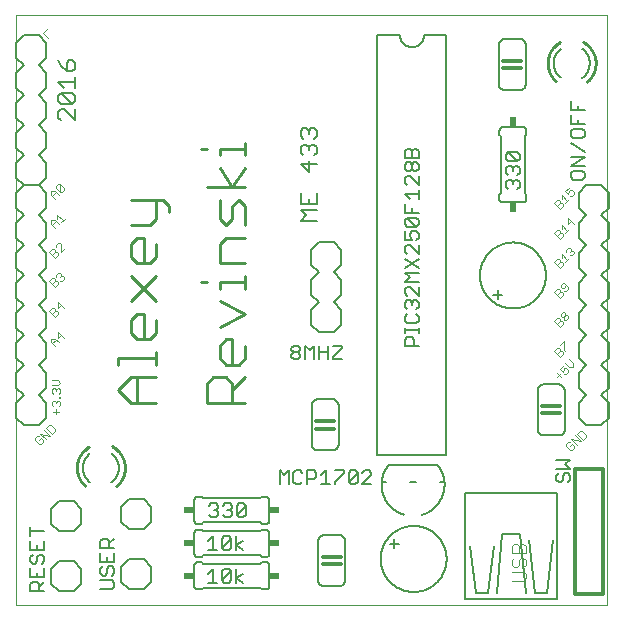
<source format=gto>
G75*
%MOIN*%
%OFA0B0*%
%FSLAX25Y25*%
%IPPOS*%
%LPD*%
%AMOC8*
5,1,8,0,0,1.08239X$1,22.5*
%
%ADD10C,0.00000*%
%ADD11C,0.00500*%
%ADD12C,0.01100*%
%ADD13C,0.00400*%
%ADD14C,0.00200*%
%ADD15C,0.00600*%
%ADD16C,0.01200*%
%ADD17C,0.00800*%
%ADD18C,0.01000*%
%ADD19R,0.03400X0.02400*%
%ADD20R,0.02400X0.03400*%
D10*
X0011643Y0011643D02*
X0011643Y0208493D01*
X0208493Y0208493D01*
X0208493Y0011643D01*
X0011643Y0011643D01*
D11*
X0016303Y0016317D02*
X0016303Y0018569D01*
X0017053Y0019319D01*
X0018555Y0019319D01*
X0019305Y0018569D01*
X0019305Y0016317D01*
X0019305Y0017818D02*
X0020807Y0019319D01*
X0020807Y0020921D02*
X0020807Y0023923D01*
X0020056Y0025525D02*
X0020807Y0026275D01*
X0020807Y0027777D01*
X0020056Y0028527D01*
X0019305Y0028527D01*
X0018555Y0027777D01*
X0018555Y0026275D01*
X0017804Y0025525D01*
X0017053Y0025525D01*
X0016303Y0026275D01*
X0016303Y0027777D01*
X0017053Y0028527D01*
X0016303Y0030129D02*
X0020807Y0030129D01*
X0020807Y0033131D01*
X0018555Y0031630D02*
X0018555Y0030129D01*
X0016303Y0030129D02*
X0016303Y0033131D01*
X0016303Y0034733D02*
X0016303Y0037735D01*
X0016303Y0036234D02*
X0020807Y0036234D01*
X0016303Y0023923D02*
X0016303Y0020921D01*
X0020807Y0020921D01*
X0018555Y0020921D02*
X0018555Y0022422D01*
X0020807Y0016317D02*
X0016303Y0016317D01*
X0039689Y0016947D02*
X0043442Y0016947D01*
X0044193Y0017697D01*
X0044193Y0019199D01*
X0043442Y0019949D01*
X0039689Y0019949D01*
X0040439Y0021551D02*
X0041190Y0021551D01*
X0041941Y0022301D01*
X0041941Y0023803D01*
X0042691Y0024553D01*
X0043442Y0024553D01*
X0044193Y0023803D01*
X0044193Y0022301D01*
X0043442Y0021551D01*
X0040439Y0021551D02*
X0039689Y0022301D01*
X0039689Y0023803D01*
X0040439Y0024553D01*
X0039689Y0026155D02*
X0044193Y0026155D01*
X0044193Y0029157D01*
X0044193Y0030759D02*
X0039689Y0030759D01*
X0039689Y0033011D01*
X0040439Y0033761D01*
X0041941Y0033761D01*
X0042691Y0033011D01*
X0042691Y0030759D01*
X0042691Y0032260D02*
X0044193Y0033761D01*
X0039689Y0029157D02*
X0039689Y0026155D01*
X0041941Y0026155D02*
X0041941Y0027656D01*
X0075661Y0030062D02*
X0078664Y0030062D01*
X0077163Y0030062D02*
X0077163Y0034566D01*
X0075661Y0033064D01*
X0080265Y0033815D02*
X0080265Y0030812D01*
X0083268Y0033815D01*
X0083268Y0030812D01*
X0082517Y0030062D01*
X0081016Y0030062D01*
X0080265Y0030812D01*
X0080265Y0033815D02*
X0081016Y0034566D01*
X0082517Y0034566D01*
X0083268Y0033815D01*
X0084869Y0034566D02*
X0084869Y0030062D01*
X0084869Y0031563D02*
X0087121Y0033064D01*
X0084869Y0031563D02*
X0087121Y0030062D01*
X0084786Y0023660D02*
X0084786Y0019156D01*
X0084786Y0020658D02*
X0087038Y0022159D01*
X0084786Y0020658D02*
X0087038Y0019156D01*
X0083184Y0019907D02*
X0082434Y0019156D01*
X0080933Y0019156D01*
X0080182Y0019907D01*
X0083184Y0022909D01*
X0083184Y0019907D01*
X0083184Y0022909D02*
X0082434Y0023660D01*
X0080933Y0023660D01*
X0080182Y0022909D01*
X0080182Y0019907D01*
X0078581Y0019156D02*
X0075578Y0019156D01*
X0077079Y0019156D02*
X0077079Y0023660D01*
X0075578Y0022159D01*
X0076629Y0041085D02*
X0075878Y0041836D01*
X0076629Y0041085D02*
X0078130Y0041085D01*
X0078881Y0041836D01*
X0078881Y0042587D01*
X0078130Y0043337D01*
X0077380Y0043337D01*
X0078130Y0043337D02*
X0078881Y0044088D01*
X0078881Y0044839D01*
X0078130Y0045589D01*
X0076629Y0045589D01*
X0075878Y0044839D01*
X0080482Y0044839D02*
X0081233Y0045589D01*
X0082734Y0045589D01*
X0083485Y0044839D01*
X0083485Y0044088D01*
X0082734Y0043337D01*
X0083485Y0042587D01*
X0083485Y0041836D01*
X0082734Y0041085D01*
X0081233Y0041085D01*
X0080482Y0041836D01*
X0081984Y0043337D02*
X0082734Y0043337D01*
X0085086Y0041836D02*
X0088089Y0044839D01*
X0088089Y0041836D01*
X0087338Y0041085D01*
X0085837Y0041085D01*
X0085086Y0041836D01*
X0085086Y0044839D01*
X0085837Y0045589D01*
X0087338Y0045589D01*
X0088089Y0044839D01*
X0099409Y0052129D02*
X0099409Y0056633D01*
X0100910Y0055131D01*
X0102412Y0056633D01*
X0102412Y0052129D01*
X0104013Y0052879D02*
X0104013Y0055882D01*
X0104764Y0056633D01*
X0106265Y0056633D01*
X0107016Y0055882D01*
X0108617Y0056633D02*
X0108617Y0052129D01*
X0108617Y0053630D02*
X0110869Y0053630D01*
X0111619Y0054381D01*
X0111619Y0055882D01*
X0110869Y0056633D01*
X0108617Y0056633D01*
X0107016Y0052879D02*
X0106265Y0052129D01*
X0104764Y0052129D01*
X0104013Y0052879D01*
X0113221Y0052129D02*
X0116223Y0052129D01*
X0114722Y0052129D02*
X0114722Y0056633D01*
X0113221Y0055131D01*
X0117825Y0056633D02*
X0120827Y0056633D01*
X0120827Y0055882D01*
X0117825Y0052879D01*
X0117825Y0052129D01*
X0122429Y0052879D02*
X0125431Y0055882D01*
X0125431Y0052879D01*
X0124681Y0052129D01*
X0123179Y0052129D01*
X0122429Y0052879D01*
X0122429Y0055882D01*
X0123179Y0056633D01*
X0124681Y0056633D01*
X0125431Y0055882D01*
X0127033Y0055882D02*
X0127783Y0056633D01*
X0129285Y0056633D01*
X0130035Y0055882D01*
X0130035Y0055131D01*
X0127033Y0052129D01*
X0130035Y0052129D01*
X0133434Y0052879D02*
X0135014Y0052879D01*
X0135641Y0058379D02*
X0152133Y0058379D01*
X0152759Y0052879D02*
X0154339Y0052879D01*
X0161288Y0049162D02*
X0161288Y0013729D01*
X0191997Y0013729D01*
X0191997Y0049162D01*
X0161288Y0049162D01*
X0173690Y0035383D02*
X0179595Y0035383D01*
X0181564Y0015698D01*
X0184517Y0015698D02*
X0182548Y0033414D01*
X0190422Y0033414D02*
X0188454Y0015698D01*
X0184517Y0015698D01*
X0171721Y0015698D02*
X0173690Y0035383D01*
X0170737Y0031446D02*
X0168769Y0015698D01*
X0164831Y0015698D01*
X0162863Y0031446D01*
X0146983Y0041846D02*
X0147227Y0041924D01*
X0147469Y0042009D01*
X0147708Y0042099D01*
X0147946Y0042195D01*
X0148181Y0042297D01*
X0148414Y0042405D01*
X0148644Y0042518D01*
X0148871Y0042637D01*
X0149095Y0042761D01*
X0149316Y0042891D01*
X0149533Y0043026D01*
X0149748Y0043167D01*
X0149959Y0043313D01*
X0150166Y0043463D01*
X0150369Y0043619D01*
X0150569Y0043780D01*
X0150765Y0043945D01*
X0150956Y0044115D01*
X0151144Y0044290D01*
X0151327Y0044470D01*
X0151505Y0044653D01*
X0151680Y0044842D01*
X0151849Y0045034D01*
X0152014Y0045230D01*
X0152174Y0045431D01*
X0152328Y0045635D01*
X0152478Y0045843D01*
X0152623Y0046054D01*
X0152763Y0046269D01*
X0152897Y0046487D01*
X0153026Y0046709D01*
X0153149Y0046933D01*
X0153267Y0047161D01*
X0153380Y0047391D01*
X0153486Y0047624D01*
X0153587Y0047860D01*
X0153683Y0048098D01*
X0153772Y0048338D01*
X0153855Y0048580D01*
X0153933Y0048825D01*
X0154004Y0049071D01*
X0154070Y0049319D01*
X0154129Y0049568D01*
X0154183Y0049818D01*
X0154230Y0050070D01*
X0154271Y0050323D01*
X0154306Y0050577D01*
X0154335Y0050832D01*
X0154357Y0051087D01*
X0154373Y0051343D01*
X0154383Y0051599D01*
X0154387Y0051855D01*
X0154384Y0052112D01*
X0154376Y0052368D01*
X0154361Y0052624D01*
X0154339Y0052879D01*
X0145014Y0052879D02*
X0142759Y0052879D01*
X0152133Y0058379D02*
X0152286Y0058180D01*
X0152434Y0057978D01*
X0152577Y0057773D01*
X0152715Y0057564D01*
X0152848Y0057352D01*
X0152976Y0057137D01*
X0153098Y0056919D01*
X0153216Y0056698D01*
X0153328Y0056474D01*
X0153435Y0056248D01*
X0153536Y0056019D01*
X0153632Y0055788D01*
X0153723Y0055554D01*
X0153808Y0055319D01*
X0153887Y0055081D01*
X0153960Y0054842D01*
X0154028Y0054601D01*
X0154090Y0054359D01*
X0154146Y0054115D01*
X0154197Y0053869D01*
X0154241Y0053623D01*
X0154280Y0053376D01*
X0154312Y0053128D01*
X0154339Y0052879D01*
X0140791Y0041846D02*
X0140549Y0041924D01*
X0140309Y0042008D01*
X0140071Y0042097D01*
X0139835Y0042193D01*
X0139601Y0042294D01*
X0139370Y0042400D01*
X0139142Y0042513D01*
X0138916Y0042630D01*
X0138693Y0042753D01*
X0138474Y0042882D01*
X0138257Y0043016D01*
X0138044Y0043155D01*
X0137834Y0043299D01*
X0137628Y0043448D01*
X0137426Y0043602D01*
X0137227Y0043761D01*
X0137032Y0043925D01*
X0136841Y0044094D01*
X0136655Y0044267D01*
X0136472Y0044444D01*
X0136294Y0044626D01*
X0136121Y0044812D01*
X0135952Y0045003D01*
X0135788Y0045197D01*
X0135628Y0045395D01*
X0135473Y0045597D01*
X0135324Y0045803D01*
X0135179Y0046012D01*
X0135039Y0046225D01*
X0134905Y0046441D01*
X0134776Y0046661D01*
X0134652Y0046883D01*
X0134533Y0047108D01*
X0134421Y0047336D01*
X0134313Y0047567D01*
X0134212Y0047800D01*
X0134116Y0048036D01*
X0134025Y0048274D01*
X0133941Y0048514D01*
X0133862Y0048756D01*
X0133789Y0049000D01*
X0133723Y0049246D01*
X0133662Y0049493D01*
X0133607Y0049741D01*
X0133558Y0049991D01*
X0133515Y0050242D01*
X0133479Y0050494D01*
X0133448Y0050746D01*
X0133424Y0051000D01*
X0133406Y0051253D01*
X0133394Y0051508D01*
X0133388Y0051762D01*
X0133388Y0052017D01*
X0133394Y0052271D01*
X0133407Y0052525D01*
X0133426Y0052779D01*
X0133451Y0053032D01*
X0133482Y0053285D01*
X0133519Y0053537D01*
X0133562Y0053787D01*
X0133611Y0054037D01*
X0133666Y0054286D01*
X0133728Y0054533D01*
X0133795Y0054778D01*
X0133868Y0055022D01*
X0133947Y0055264D01*
X0134032Y0055503D01*
X0134123Y0055741D01*
X0134220Y0055977D01*
X0134322Y0056210D01*
X0134430Y0056440D01*
X0134543Y0056668D01*
X0134662Y0056893D01*
X0134786Y0057115D01*
X0134915Y0057334D01*
X0135050Y0057550D01*
X0135190Y0057763D01*
X0135336Y0057972D01*
X0135486Y0058177D01*
X0135641Y0058379D01*
X0120138Y0093640D02*
X0117136Y0093640D01*
X0117136Y0094390D01*
X0120138Y0097393D01*
X0120138Y0098144D01*
X0117136Y0098144D01*
X0115534Y0098144D02*
X0115534Y0093640D01*
X0115534Y0095892D02*
X0112532Y0095892D01*
X0112532Y0093640D02*
X0112532Y0098144D01*
X0110931Y0098144D02*
X0109429Y0096642D01*
X0107928Y0098144D01*
X0107928Y0093640D01*
X0106327Y0094390D02*
X0106327Y0095141D01*
X0105576Y0095892D01*
X0104075Y0095892D01*
X0103324Y0096642D01*
X0103324Y0097393D01*
X0104075Y0098144D01*
X0105576Y0098144D01*
X0106327Y0097393D01*
X0106327Y0096642D01*
X0105576Y0095892D01*
X0104075Y0095892D02*
X0103324Y0095141D01*
X0103324Y0094390D01*
X0104075Y0093640D01*
X0105576Y0093640D01*
X0106327Y0094390D01*
X0110931Y0093640D02*
X0110931Y0098144D01*
X0141278Y0097947D02*
X0141278Y0100199D01*
X0142029Y0100949D01*
X0143530Y0100949D01*
X0144281Y0100199D01*
X0144281Y0097947D01*
X0145782Y0097947D02*
X0141278Y0097947D01*
X0141278Y0102551D02*
X0141278Y0104052D01*
X0141278Y0103301D02*
X0145782Y0103301D01*
X0145782Y0102551D02*
X0145782Y0104052D01*
X0145032Y0105620D02*
X0145782Y0106371D01*
X0145782Y0107872D01*
X0145032Y0108623D01*
X0145032Y0110224D02*
X0145782Y0110975D01*
X0145782Y0112476D01*
X0145032Y0113227D01*
X0144281Y0113227D01*
X0143530Y0112476D01*
X0143530Y0111725D01*
X0143530Y0112476D02*
X0142780Y0113227D01*
X0142029Y0113227D01*
X0141278Y0112476D01*
X0141278Y0110975D01*
X0142029Y0110224D01*
X0142029Y0108623D02*
X0141278Y0107872D01*
X0141278Y0106371D01*
X0142029Y0105620D01*
X0145032Y0105620D01*
X0145782Y0114828D02*
X0142780Y0117830D01*
X0142029Y0117830D01*
X0141278Y0117080D01*
X0141278Y0115579D01*
X0142029Y0114828D01*
X0145782Y0114828D02*
X0145782Y0117830D01*
X0145782Y0119432D02*
X0141278Y0119432D01*
X0142780Y0120933D01*
X0141278Y0122434D01*
X0145782Y0122434D01*
X0145782Y0124036D02*
X0141278Y0127038D01*
X0142029Y0128640D02*
X0141278Y0129390D01*
X0141278Y0130892D01*
X0142029Y0131642D01*
X0142780Y0131642D01*
X0145782Y0128640D01*
X0145782Y0131642D01*
X0145032Y0133244D02*
X0145782Y0133994D01*
X0145782Y0135496D01*
X0145032Y0136246D01*
X0143530Y0136246D01*
X0142780Y0135496D01*
X0142780Y0134745D01*
X0143530Y0133244D01*
X0141278Y0133244D01*
X0141278Y0136246D01*
X0142029Y0137848D02*
X0141278Y0138598D01*
X0141278Y0140099D01*
X0142029Y0140850D01*
X0145032Y0137848D01*
X0145782Y0138598D01*
X0145782Y0140099D01*
X0145032Y0140850D01*
X0142029Y0140850D01*
X0141278Y0142451D02*
X0141278Y0145454D01*
X0142780Y0147055D02*
X0141278Y0148557D01*
X0145782Y0148557D01*
X0145782Y0150058D02*
X0145782Y0147055D01*
X0143530Y0143953D02*
X0143530Y0142451D01*
X0145782Y0142451D02*
X0141278Y0142451D01*
X0142029Y0137848D02*
X0145032Y0137848D01*
X0145782Y0127038D02*
X0141278Y0124036D01*
X0142029Y0151659D02*
X0141278Y0152410D01*
X0141278Y0153911D01*
X0142029Y0154662D01*
X0142780Y0154662D01*
X0145782Y0151659D01*
X0145782Y0154662D01*
X0145032Y0156263D02*
X0144281Y0156263D01*
X0143530Y0157014D01*
X0143530Y0158515D01*
X0144281Y0159266D01*
X0145032Y0159266D01*
X0145782Y0158515D01*
X0145782Y0157014D01*
X0145032Y0156263D01*
X0143530Y0157014D02*
X0142780Y0156263D01*
X0142029Y0156263D01*
X0141278Y0157014D01*
X0141278Y0158515D01*
X0142029Y0159266D01*
X0142780Y0159266D01*
X0143530Y0158515D01*
X0143530Y0160867D02*
X0143530Y0163119D01*
X0144281Y0163870D01*
X0145032Y0163870D01*
X0145782Y0163119D01*
X0145782Y0160867D01*
X0141278Y0160867D01*
X0141278Y0163119D01*
X0142029Y0163870D01*
X0142780Y0163870D01*
X0143530Y0163119D01*
X0111786Y0162498D02*
X0110885Y0161596D01*
X0111786Y0162498D02*
X0111786Y0164301D01*
X0110885Y0165203D01*
X0109983Y0165203D01*
X0109081Y0164301D01*
X0109081Y0163399D01*
X0109081Y0164301D02*
X0108179Y0165203D01*
X0107278Y0165203D01*
X0106376Y0164301D01*
X0106376Y0162498D01*
X0107278Y0161596D01*
X0109081Y0159765D02*
X0109081Y0156158D01*
X0106376Y0158863D01*
X0111786Y0158863D01*
X0110885Y0167034D02*
X0111786Y0167936D01*
X0111786Y0169739D01*
X0110885Y0170641D01*
X0109983Y0170641D01*
X0109081Y0169739D01*
X0109081Y0168837D01*
X0109081Y0169739D02*
X0108179Y0170641D01*
X0107278Y0170641D01*
X0106376Y0169739D01*
X0106376Y0167936D01*
X0107278Y0167034D01*
X0106376Y0148890D02*
X0106376Y0145283D01*
X0111786Y0145283D01*
X0111786Y0148890D01*
X0109081Y0147086D02*
X0109081Y0145283D01*
X0106376Y0143452D02*
X0111786Y0143452D01*
X0111786Y0139845D02*
X0106376Y0139845D01*
X0108179Y0141649D01*
X0106376Y0143452D01*
X0174940Y0151137D02*
X0174940Y0152638D01*
X0175691Y0153389D01*
X0176441Y0153389D01*
X0177192Y0152638D01*
X0177942Y0153389D01*
X0178693Y0153389D01*
X0179444Y0152638D01*
X0179444Y0151137D01*
X0178693Y0150386D01*
X0177192Y0151888D02*
X0177192Y0152638D01*
X0175691Y0150386D02*
X0174940Y0151137D01*
X0175691Y0154990D02*
X0174940Y0155741D01*
X0174940Y0157242D01*
X0175691Y0157993D01*
X0176441Y0157993D01*
X0177192Y0157242D01*
X0177942Y0157993D01*
X0178693Y0157993D01*
X0179444Y0157242D01*
X0179444Y0155741D01*
X0178693Y0154990D01*
X0177192Y0156491D02*
X0177192Y0157242D01*
X0178693Y0159594D02*
X0175691Y0159594D01*
X0174940Y0160345D01*
X0174940Y0161846D01*
X0175691Y0162597D01*
X0178693Y0159594D01*
X0179444Y0160345D01*
X0179444Y0161846D01*
X0178693Y0162597D01*
X0175691Y0162597D01*
X0196538Y0161147D02*
X0201042Y0161147D01*
X0196538Y0158144D01*
X0201042Y0158144D01*
X0200291Y0156543D02*
X0197289Y0156543D01*
X0196538Y0155792D01*
X0196538Y0154291D01*
X0197289Y0153541D01*
X0200291Y0153541D01*
X0201042Y0154291D01*
X0201042Y0155792D01*
X0200291Y0156543D01*
X0201042Y0162748D02*
X0196538Y0165751D01*
X0197289Y0167352D02*
X0200291Y0167352D01*
X0201042Y0168103D01*
X0201042Y0169604D01*
X0200291Y0170355D01*
X0197289Y0170355D01*
X0196538Y0169604D01*
X0196538Y0168103D01*
X0197289Y0167352D01*
X0196538Y0171956D02*
X0196538Y0174959D01*
X0196538Y0176560D02*
X0196538Y0179563D01*
X0198790Y0178061D02*
X0198790Y0176560D01*
X0201042Y0176560D02*
X0196538Y0176560D01*
X0198790Y0173458D02*
X0198790Y0171956D01*
X0201042Y0171956D02*
X0196538Y0171956D01*
X0196161Y0060183D02*
X0191657Y0060183D01*
X0191657Y0057181D02*
X0196161Y0057181D01*
X0194660Y0058682D01*
X0196161Y0060183D01*
X0195410Y0055579D02*
X0196161Y0054829D01*
X0196161Y0053327D01*
X0195410Y0052577D01*
X0193909Y0053327D02*
X0193909Y0054829D01*
X0194660Y0055579D01*
X0195410Y0055579D01*
X0193909Y0053327D02*
X0193158Y0052577D01*
X0192408Y0052577D01*
X0191657Y0053327D01*
X0191657Y0054829D01*
X0192408Y0055579D01*
X0031078Y0173310D02*
X0027471Y0176917D01*
X0026569Y0176917D01*
X0025667Y0176015D01*
X0025667Y0174212D01*
X0026569Y0173310D01*
X0031078Y0173310D02*
X0031078Y0176917D01*
X0030176Y0178748D02*
X0026569Y0182354D01*
X0030176Y0182354D01*
X0031078Y0181453D01*
X0031078Y0179649D01*
X0030176Y0178748D01*
X0026569Y0178748D01*
X0025667Y0179649D01*
X0025667Y0181453D01*
X0026569Y0182354D01*
X0027471Y0184185D02*
X0025667Y0185989D01*
X0031078Y0185989D01*
X0031078Y0187792D02*
X0031078Y0184185D01*
X0030176Y0189623D02*
X0031078Y0190525D01*
X0031078Y0192328D01*
X0030176Y0193230D01*
X0029274Y0193230D01*
X0028373Y0192328D01*
X0028373Y0189623D01*
X0030176Y0189623D01*
X0028373Y0189623D02*
X0026569Y0191426D01*
X0025667Y0193230D01*
D12*
X0049876Y0146793D02*
X0060452Y0146793D01*
X0062567Y0144678D01*
X0062567Y0142562D01*
X0058337Y0140447D02*
X0058337Y0146793D01*
X0058337Y0140447D02*
X0056222Y0138332D01*
X0049876Y0138332D01*
X0051991Y0134105D02*
X0054106Y0134105D01*
X0054106Y0125644D01*
X0051991Y0125644D02*
X0049876Y0127759D01*
X0049876Y0131990D01*
X0051991Y0134105D01*
X0058337Y0131990D02*
X0058337Y0127759D01*
X0056222Y0125644D01*
X0051991Y0125644D01*
X0049876Y0121417D02*
X0058337Y0112956D01*
X0054106Y0108729D02*
X0054106Y0100268D01*
X0051991Y0100268D02*
X0049876Y0102383D01*
X0049876Y0106613D01*
X0051991Y0108729D01*
X0054106Y0108729D01*
X0058337Y0106613D02*
X0058337Y0102383D01*
X0056222Y0100268D01*
X0051991Y0100268D01*
X0058337Y0096040D02*
X0058337Y0091810D01*
X0058337Y0093925D02*
X0045646Y0093925D01*
X0045646Y0091810D01*
X0049876Y0087582D02*
X0058337Y0087582D01*
X0051991Y0087582D02*
X0051991Y0079122D01*
X0049876Y0079122D02*
X0045646Y0083352D01*
X0049876Y0087582D01*
X0049876Y0079122D02*
X0058337Y0079122D01*
X0075174Y0079122D02*
X0075174Y0085467D01*
X0077289Y0087582D01*
X0081519Y0087582D01*
X0083634Y0085467D01*
X0083634Y0079122D01*
X0083634Y0083352D02*
X0087864Y0087582D01*
X0085749Y0091810D02*
X0081519Y0091810D01*
X0079404Y0093925D01*
X0079404Y0098155D01*
X0081519Y0100270D01*
X0083634Y0100270D01*
X0083634Y0091810D01*
X0085749Y0091810D02*
X0087864Y0093925D01*
X0087864Y0098155D01*
X0079404Y0104498D02*
X0087864Y0108728D01*
X0079404Y0112958D01*
X0079404Y0117186D02*
X0079404Y0119301D01*
X0087864Y0119301D01*
X0087864Y0117186D02*
X0087864Y0121416D01*
X0087864Y0125644D02*
X0079404Y0125644D01*
X0079404Y0131990D01*
X0081519Y0134105D01*
X0087864Y0134105D01*
X0087864Y0138332D02*
X0087864Y0144678D01*
X0085749Y0146793D01*
X0083634Y0144678D01*
X0083634Y0140447D01*
X0081519Y0138332D01*
X0079404Y0140447D01*
X0079404Y0146793D01*
X0083634Y0151020D02*
X0079404Y0157366D01*
X0079404Y0161594D02*
X0079404Y0163709D01*
X0087864Y0163709D01*
X0087864Y0161594D02*
X0087864Y0165824D01*
X0087864Y0157366D02*
X0083634Y0151020D01*
X0087864Y0151020D02*
X0075174Y0151020D01*
X0075174Y0163709D02*
X0073059Y0163709D01*
X0058337Y0121417D02*
X0049876Y0112956D01*
X0073059Y0119301D02*
X0075174Y0119301D01*
X0075174Y0079122D02*
X0087864Y0079122D01*
D13*
X0176839Y0031312D02*
X0176839Y0029010D01*
X0181443Y0029010D01*
X0181443Y0031312D01*
X0180675Y0032080D01*
X0179908Y0032080D01*
X0179141Y0031312D01*
X0179141Y0029010D01*
X0179908Y0027476D02*
X0180675Y0027476D01*
X0181443Y0026708D01*
X0181443Y0025174D01*
X0180675Y0024406D01*
X0180675Y0022872D02*
X0176839Y0022872D01*
X0177606Y0024406D02*
X0178373Y0024406D01*
X0179141Y0025174D01*
X0179141Y0026708D01*
X0179908Y0027476D01*
X0177606Y0027476D02*
X0176839Y0026708D01*
X0176839Y0025174D01*
X0177606Y0024406D01*
X0180675Y0022872D02*
X0181443Y0022104D01*
X0181443Y0020570D01*
X0180675Y0019802D01*
X0176839Y0019802D01*
X0176839Y0031312D02*
X0177606Y0032080D01*
X0178373Y0032080D01*
X0179141Y0031312D01*
X0022153Y0200819D02*
X0020618Y0202354D01*
X0022153Y0203888D01*
D14*
X0025400Y0152044D02*
X0026061Y0152044D01*
X0026061Y0149402D01*
X0026721Y0149402D01*
X0027382Y0150063D01*
X0027382Y0150723D01*
X0026061Y0152044D01*
X0025400Y0152044D02*
X0024740Y0151384D01*
X0024740Y0150723D01*
X0026061Y0149402D01*
X0025759Y0148440D02*
X0024438Y0149761D01*
X0023117Y0149761D01*
X0023117Y0148440D01*
X0024438Y0147119D01*
X0023447Y0148109D02*
X0024768Y0149430D01*
X0025070Y0141871D02*
X0027052Y0139890D01*
X0027712Y0140550D02*
X0026391Y0139229D01*
X0025759Y0138597D02*
X0024438Y0139918D01*
X0023117Y0139918D01*
X0023117Y0138597D01*
X0024438Y0137276D01*
X0023447Y0138267D02*
X0024768Y0139588D01*
X0025070Y0140550D02*
X0025070Y0141871D01*
X0025400Y0132359D02*
X0024740Y0131699D01*
X0024740Y0131038D01*
X0024108Y0130406D02*
X0024438Y0130076D01*
X0024438Y0129415D01*
X0023447Y0128424D01*
X0024438Y0127434D02*
X0022456Y0129415D01*
X0023447Y0130406D01*
X0024108Y0130406D01*
X0024438Y0129415D02*
X0025098Y0129415D01*
X0025429Y0129085D01*
X0025429Y0128424D01*
X0024438Y0127434D01*
X0026391Y0129387D02*
X0026391Y0132029D01*
X0026061Y0132359D01*
X0025400Y0132359D01*
X0027712Y0130708D02*
X0026391Y0129387D01*
X0026061Y0122517D02*
X0026391Y0122186D01*
X0026391Y0121526D01*
X0027052Y0121526D01*
X0027382Y0121196D01*
X0027382Y0120535D01*
X0026721Y0119875D01*
X0026061Y0119875D01*
X0025429Y0119242D02*
X0025429Y0118582D01*
X0024438Y0117591D01*
X0022456Y0119573D01*
X0023447Y0120563D01*
X0024108Y0120563D01*
X0024438Y0120233D01*
X0024438Y0119573D01*
X0023447Y0118582D01*
X0024438Y0119573D02*
X0025098Y0119573D01*
X0025429Y0119242D01*
X0026061Y0121196D02*
X0026391Y0121526D01*
X0026061Y0122517D02*
X0025400Y0122517D01*
X0024740Y0121856D01*
X0024740Y0121196D01*
X0025400Y0112674D02*
X0025400Y0110693D01*
X0026721Y0112014D01*
X0025400Y0112674D02*
X0027382Y0110693D01*
X0025429Y0109400D02*
X0025429Y0108739D01*
X0024438Y0107748D01*
X0022456Y0109730D01*
X0023447Y0110721D01*
X0024108Y0110721D01*
X0024438Y0110391D01*
X0024438Y0109730D01*
X0023447Y0108739D01*
X0024438Y0109730D02*
X0025098Y0109730D01*
X0025429Y0109400D01*
X0025400Y0102832D02*
X0025400Y0100850D01*
X0026721Y0102171D01*
X0027382Y0100850D02*
X0025400Y0102832D01*
X0024438Y0100548D02*
X0023117Y0100548D01*
X0023117Y0099227D01*
X0024438Y0097906D01*
X0023447Y0098897D02*
X0024768Y0100218D01*
X0024438Y0100548D02*
X0025759Y0099227D01*
X0025372Y0086763D02*
X0023504Y0086763D01*
X0023504Y0084895D02*
X0025372Y0084895D01*
X0026306Y0085829D01*
X0025372Y0086763D01*
X0025372Y0084001D02*
X0025839Y0084001D01*
X0026306Y0083534D01*
X0026306Y0082600D01*
X0025839Y0082133D01*
X0025839Y0081219D02*
X0026306Y0081219D01*
X0026306Y0080751D01*
X0025839Y0080751D01*
X0025839Y0081219D01*
X0025839Y0079857D02*
X0026306Y0079390D01*
X0026306Y0078456D01*
X0025839Y0077989D01*
X0024905Y0077095D02*
X0024905Y0075227D01*
X0023971Y0076161D02*
X0025839Y0076161D01*
X0023971Y0077989D02*
X0023504Y0078456D01*
X0023504Y0079390D01*
X0023971Y0079857D01*
X0024438Y0079857D01*
X0024905Y0079390D01*
X0025372Y0079857D01*
X0025839Y0079857D01*
X0024905Y0079390D02*
X0024905Y0078923D01*
X0023971Y0082133D02*
X0023504Y0082600D01*
X0023504Y0083534D01*
X0023971Y0084001D01*
X0024438Y0084001D01*
X0024905Y0083534D01*
X0025372Y0084001D01*
X0024905Y0083534D02*
X0024905Y0083067D01*
X0023093Y0071812D02*
X0022432Y0071812D01*
X0021441Y0070822D01*
X0023423Y0068840D01*
X0024414Y0069831D01*
X0024414Y0070491D01*
X0023093Y0071812D01*
X0020809Y0070189D02*
X0022791Y0068208D01*
X0019488Y0068868D01*
X0021470Y0066887D01*
X0020507Y0066585D02*
X0019847Y0067245D01*
X0019186Y0066585D01*
X0017865Y0066585D02*
X0019186Y0065264D01*
X0019847Y0065264D01*
X0020507Y0065924D01*
X0020507Y0066585D01*
X0019186Y0067906D02*
X0018526Y0067906D01*
X0017865Y0067245D01*
X0017865Y0066585D01*
X0191754Y0087578D02*
X0193075Y0088899D01*
X0193707Y0089531D02*
X0194038Y0090522D01*
X0194368Y0090852D01*
X0195028Y0090852D01*
X0195689Y0090192D01*
X0195689Y0089531D01*
X0195028Y0088871D01*
X0194368Y0088871D01*
X0193707Y0089531D02*
X0192717Y0090522D01*
X0194038Y0091843D01*
X0194670Y0092475D02*
X0195991Y0091154D01*
X0197312Y0091154D01*
X0197312Y0092475D01*
X0195991Y0093796D01*
X0193736Y0095452D02*
X0192745Y0094461D01*
X0190763Y0096443D01*
X0191754Y0097433D01*
X0192415Y0097433D01*
X0192745Y0097103D01*
X0192745Y0096443D01*
X0191754Y0095452D01*
X0192745Y0096443D02*
X0193405Y0096443D01*
X0193736Y0096112D01*
X0193736Y0095452D01*
X0194698Y0096414D02*
X0194368Y0096745D01*
X0194368Y0099387D01*
X0194038Y0099717D01*
X0192717Y0098396D01*
X0192745Y0104304D02*
X0193736Y0105294D01*
X0193736Y0105955D01*
X0193405Y0106285D01*
X0192745Y0106285D01*
X0191754Y0105294D01*
X0192745Y0104304D02*
X0190763Y0106285D01*
X0191754Y0107276D01*
X0192415Y0107276D01*
X0192745Y0106946D01*
X0192745Y0106285D01*
X0194038Y0106917D02*
X0194038Y0107578D01*
X0194698Y0108238D01*
X0195359Y0108238D01*
X0195689Y0107908D01*
X0195689Y0107248D01*
X0195028Y0106587D01*
X0194368Y0106587D01*
X0194038Y0106917D01*
X0194038Y0107578D02*
X0193377Y0107578D01*
X0193047Y0107908D01*
X0193047Y0108569D01*
X0193707Y0109229D01*
X0194368Y0109229D01*
X0194698Y0108899D01*
X0194698Y0108238D01*
X0192745Y0114146D02*
X0193736Y0115137D01*
X0193736Y0115797D01*
X0193405Y0116128D01*
X0192745Y0116128D01*
X0191754Y0115137D01*
X0190763Y0116128D02*
X0191754Y0117119D01*
X0192415Y0117119D01*
X0192745Y0116788D01*
X0192745Y0116128D01*
X0193377Y0117420D02*
X0194038Y0117420D01*
X0195028Y0118411D01*
X0195689Y0117751D02*
X0194368Y0119072D01*
X0193707Y0119072D01*
X0193047Y0118411D01*
X0193047Y0117751D01*
X0193377Y0117420D01*
X0194368Y0116430D02*
X0195028Y0116430D01*
X0195689Y0117090D01*
X0195689Y0117751D01*
X0192745Y0114146D02*
X0190763Y0116128D01*
X0192745Y0123989D02*
X0193736Y0124979D01*
X0193736Y0125640D01*
X0193405Y0125970D01*
X0192745Y0125970D01*
X0191754Y0124979D01*
X0192745Y0123989D02*
X0190763Y0125970D01*
X0191754Y0126961D01*
X0192415Y0126961D01*
X0192745Y0126631D01*
X0192745Y0125970D01*
X0193377Y0127263D02*
X0193377Y0128584D01*
X0195359Y0126602D01*
X0194698Y0125942D02*
X0196019Y0127263D01*
X0196321Y0128225D02*
X0196982Y0128225D01*
X0197642Y0128886D01*
X0197642Y0129547D01*
X0197312Y0129877D01*
X0196651Y0129877D01*
X0196321Y0129547D01*
X0196651Y0129877D02*
X0196651Y0130537D01*
X0196321Y0130868D01*
X0195661Y0130868D01*
X0195000Y0130207D01*
X0195000Y0129547D01*
X0192745Y0133831D02*
X0193736Y0134822D01*
X0193736Y0135482D01*
X0193405Y0135813D01*
X0192745Y0135813D01*
X0191754Y0134822D01*
X0190763Y0135813D02*
X0191754Y0136804D01*
X0192415Y0136804D01*
X0192745Y0136473D01*
X0192745Y0135813D01*
X0193377Y0137105D02*
X0193377Y0138427D01*
X0195359Y0136445D01*
X0196019Y0137105D02*
X0194698Y0135784D01*
X0192745Y0133831D02*
X0190763Y0135813D01*
X0195661Y0138729D02*
X0196982Y0140050D01*
X0197642Y0138729D02*
X0195661Y0140710D01*
X0195661Y0138729D01*
X0192745Y0143674D02*
X0193736Y0144664D01*
X0193736Y0145325D01*
X0193405Y0145655D01*
X0192745Y0145655D01*
X0191754Y0144664D01*
X0192745Y0143674D02*
X0190763Y0145655D01*
X0191754Y0146646D01*
X0192415Y0146646D01*
X0192745Y0146316D01*
X0192745Y0145655D01*
X0193377Y0146948D02*
X0193377Y0148269D01*
X0195359Y0146287D01*
X0194698Y0145627D02*
X0196019Y0146948D01*
X0196321Y0147910D02*
X0196982Y0147910D01*
X0197642Y0148571D01*
X0197642Y0149232D01*
X0196982Y0149892D01*
X0196321Y0149892D01*
X0195991Y0149562D01*
X0195661Y0148571D01*
X0194670Y0149562D01*
X0195991Y0150883D01*
X0191754Y0088899D02*
X0193075Y0087578D01*
X0199598Y0069844D02*
X0198607Y0068853D01*
X0200588Y0066872D01*
X0201579Y0067862D01*
X0201579Y0068523D01*
X0200258Y0069844D01*
X0199598Y0069844D01*
X0197975Y0068221D02*
X0199956Y0066239D01*
X0196654Y0066900D01*
X0198635Y0064918D01*
X0197673Y0064616D02*
X0197012Y0065277D01*
X0196352Y0064616D01*
X0197673Y0064616D02*
X0197673Y0063956D01*
X0197012Y0063295D01*
X0196352Y0063295D01*
X0195031Y0064616D01*
X0195031Y0065277D01*
X0195691Y0065937D01*
X0196352Y0065937D01*
D15*
X0192450Y0068261D02*
X0187450Y0068261D01*
X0187363Y0068263D01*
X0187276Y0068269D01*
X0187189Y0068278D01*
X0187103Y0068291D01*
X0187017Y0068308D01*
X0186932Y0068329D01*
X0186849Y0068354D01*
X0186766Y0068382D01*
X0186685Y0068413D01*
X0186605Y0068448D01*
X0186527Y0068487D01*
X0186450Y0068529D01*
X0186375Y0068574D01*
X0186303Y0068623D01*
X0186232Y0068674D01*
X0186164Y0068729D01*
X0186099Y0068786D01*
X0186036Y0068847D01*
X0185975Y0068910D01*
X0185918Y0068975D01*
X0185863Y0069043D01*
X0185812Y0069114D01*
X0185763Y0069186D01*
X0185718Y0069261D01*
X0185676Y0069338D01*
X0185637Y0069416D01*
X0185602Y0069496D01*
X0185571Y0069577D01*
X0185543Y0069660D01*
X0185518Y0069743D01*
X0185497Y0069828D01*
X0185480Y0069914D01*
X0185467Y0070000D01*
X0185458Y0070087D01*
X0185452Y0070174D01*
X0185450Y0070261D01*
X0185450Y0083261D01*
X0185452Y0083348D01*
X0185458Y0083435D01*
X0185467Y0083522D01*
X0185480Y0083608D01*
X0185497Y0083694D01*
X0185518Y0083779D01*
X0185543Y0083862D01*
X0185571Y0083945D01*
X0185602Y0084026D01*
X0185637Y0084106D01*
X0185676Y0084184D01*
X0185718Y0084261D01*
X0185763Y0084336D01*
X0185812Y0084408D01*
X0185863Y0084479D01*
X0185918Y0084547D01*
X0185975Y0084612D01*
X0186036Y0084675D01*
X0186099Y0084736D01*
X0186164Y0084793D01*
X0186232Y0084848D01*
X0186303Y0084899D01*
X0186375Y0084948D01*
X0186450Y0084993D01*
X0186527Y0085035D01*
X0186605Y0085074D01*
X0186685Y0085109D01*
X0186766Y0085140D01*
X0186849Y0085168D01*
X0186932Y0085193D01*
X0187017Y0085214D01*
X0187103Y0085231D01*
X0187189Y0085244D01*
X0187276Y0085253D01*
X0187363Y0085259D01*
X0187450Y0085261D01*
X0192450Y0085261D01*
X0192537Y0085259D01*
X0192624Y0085253D01*
X0192711Y0085244D01*
X0192797Y0085231D01*
X0192883Y0085214D01*
X0192968Y0085193D01*
X0193051Y0085168D01*
X0193134Y0085140D01*
X0193215Y0085109D01*
X0193295Y0085074D01*
X0193373Y0085035D01*
X0193450Y0084993D01*
X0193525Y0084948D01*
X0193597Y0084899D01*
X0193668Y0084848D01*
X0193736Y0084793D01*
X0193801Y0084736D01*
X0193864Y0084675D01*
X0193925Y0084612D01*
X0193982Y0084547D01*
X0194037Y0084479D01*
X0194088Y0084408D01*
X0194137Y0084336D01*
X0194182Y0084261D01*
X0194224Y0084184D01*
X0194263Y0084106D01*
X0194298Y0084026D01*
X0194329Y0083945D01*
X0194357Y0083862D01*
X0194382Y0083779D01*
X0194403Y0083694D01*
X0194420Y0083608D01*
X0194433Y0083522D01*
X0194442Y0083435D01*
X0194448Y0083348D01*
X0194450Y0083261D01*
X0194450Y0070261D01*
X0194448Y0070174D01*
X0194442Y0070087D01*
X0194433Y0070000D01*
X0194420Y0069914D01*
X0194403Y0069828D01*
X0194382Y0069743D01*
X0194357Y0069660D01*
X0194329Y0069577D01*
X0194298Y0069496D01*
X0194263Y0069416D01*
X0194224Y0069338D01*
X0194182Y0069261D01*
X0194137Y0069186D01*
X0194088Y0069114D01*
X0194037Y0069043D01*
X0193982Y0068975D01*
X0193925Y0068910D01*
X0193864Y0068847D01*
X0193801Y0068786D01*
X0193736Y0068729D01*
X0193668Y0068674D01*
X0193597Y0068623D01*
X0193525Y0068574D01*
X0193450Y0068529D01*
X0193373Y0068487D01*
X0193295Y0068448D01*
X0193215Y0068413D01*
X0193134Y0068382D01*
X0193051Y0068354D01*
X0192968Y0068329D01*
X0192883Y0068308D01*
X0192797Y0068291D01*
X0192711Y0068278D01*
X0192624Y0068269D01*
X0192537Y0068263D01*
X0192450Y0068261D01*
X0155032Y0061721D02*
X0132032Y0061721D01*
X0132032Y0201721D01*
X0139532Y0201721D01*
X0139534Y0201595D01*
X0139540Y0201470D01*
X0139550Y0201345D01*
X0139564Y0201220D01*
X0139581Y0201095D01*
X0139603Y0200971D01*
X0139628Y0200848D01*
X0139658Y0200726D01*
X0139691Y0200605D01*
X0139728Y0200485D01*
X0139768Y0200366D01*
X0139813Y0200249D01*
X0139861Y0200132D01*
X0139913Y0200018D01*
X0139968Y0199905D01*
X0140027Y0199794D01*
X0140089Y0199685D01*
X0140155Y0199578D01*
X0140224Y0199473D01*
X0140296Y0199370D01*
X0140371Y0199269D01*
X0140450Y0199171D01*
X0140532Y0199076D01*
X0140616Y0198983D01*
X0140704Y0198893D01*
X0140794Y0198805D01*
X0140887Y0198721D01*
X0140982Y0198639D01*
X0141080Y0198560D01*
X0141181Y0198485D01*
X0141284Y0198413D01*
X0141389Y0198344D01*
X0141496Y0198278D01*
X0141605Y0198216D01*
X0141716Y0198157D01*
X0141829Y0198102D01*
X0141943Y0198050D01*
X0142060Y0198002D01*
X0142177Y0197957D01*
X0142296Y0197917D01*
X0142416Y0197880D01*
X0142537Y0197847D01*
X0142659Y0197817D01*
X0142782Y0197792D01*
X0142906Y0197770D01*
X0143031Y0197753D01*
X0143156Y0197739D01*
X0143281Y0197729D01*
X0143406Y0197723D01*
X0143532Y0197721D01*
X0143658Y0197723D01*
X0143783Y0197729D01*
X0143908Y0197739D01*
X0144033Y0197753D01*
X0144158Y0197770D01*
X0144282Y0197792D01*
X0144405Y0197817D01*
X0144527Y0197847D01*
X0144648Y0197880D01*
X0144768Y0197917D01*
X0144887Y0197957D01*
X0145004Y0198002D01*
X0145121Y0198050D01*
X0145235Y0198102D01*
X0145348Y0198157D01*
X0145459Y0198216D01*
X0145568Y0198278D01*
X0145675Y0198344D01*
X0145780Y0198413D01*
X0145883Y0198485D01*
X0145984Y0198560D01*
X0146082Y0198639D01*
X0146177Y0198721D01*
X0146270Y0198805D01*
X0146360Y0198893D01*
X0146448Y0198983D01*
X0146532Y0199076D01*
X0146614Y0199171D01*
X0146693Y0199269D01*
X0146768Y0199370D01*
X0146840Y0199473D01*
X0146909Y0199578D01*
X0146975Y0199685D01*
X0147037Y0199794D01*
X0147096Y0199905D01*
X0147151Y0200018D01*
X0147203Y0200132D01*
X0147251Y0200249D01*
X0147296Y0200366D01*
X0147336Y0200485D01*
X0147373Y0200605D01*
X0147406Y0200726D01*
X0147436Y0200848D01*
X0147461Y0200971D01*
X0147483Y0201095D01*
X0147500Y0201220D01*
X0147514Y0201345D01*
X0147524Y0201470D01*
X0147530Y0201595D01*
X0147532Y0201721D01*
X0155032Y0201721D01*
X0155032Y0061721D01*
X0137583Y0033576D02*
X0137583Y0032076D01*
X0139083Y0032076D01*
X0137583Y0032076D02*
X0137583Y0030576D01*
X0137583Y0032076D02*
X0136083Y0032076D01*
X0133083Y0027076D02*
X0133086Y0027346D01*
X0133096Y0027616D01*
X0133113Y0027885D01*
X0133136Y0028154D01*
X0133166Y0028423D01*
X0133202Y0028690D01*
X0133245Y0028957D01*
X0133294Y0029222D01*
X0133350Y0029486D01*
X0133413Y0029749D01*
X0133481Y0030010D01*
X0133557Y0030269D01*
X0133638Y0030526D01*
X0133726Y0030782D01*
X0133820Y0031035D01*
X0133920Y0031286D01*
X0134027Y0031534D01*
X0134139Y0031779D01*
X0134258Y0032022D01*
X0134382Y0032261D01*
X0134512Y0032498D01*
X0134648Y0032731D01*
X0134790Y0032961D01*
X0134937Y0033187D01*
X0135090Y0033410D01*
X0135248Y0033629D01*
X0135411Y0033844D01*
X0135580Y0034054D01*
X0135754Y0034261D01*
X0135933Y0034463D01*
X0136116Y0034661D01*
X0136305Y0034854D01*
X0136498Y0035043D01*
X0136696Y0035226D01*
X0136898Y0035405D01*
X0137105Y0035579D01*
X0137315Y0035748D01*
X0137530Y0035911D01*
X0137749Y0036069D01*
X0137972Y0036222D01*
X0138198Y0036369D01*
X0138428Y0036511D01*
X0138661Y0036647D01*
X0138898Y0036777D01*
X0139137Y0036901D01*
X0139380Y0037020D01*
X0139625Y0037132D01*
X0139873Y0037239D01*
X0140124Y0037339D01*
X0140377Y0037433D01*
X0140633Y0037521D01*
X0140890Y0037602D01*
X0141149Y0037678D01*
X0141410Y0037746D01*
X0141673Y0037809D01*
X0141937Y0037865D01*
X0142202Y0037914D01*
X0142469Y0037957D01*
X0142736Y0037993D01*
X0143005Y0038023D01*
X0143274Y0038046D01*
X0143543Y0038063D01*
X0143813Y0038073D01*
X0144083Y0038076D01*
X0144353Y0038073D01*
X0144623Y0038063D01*
X0144892Y0038046D01*
X0145161Y0038023D01*
X0145430Y0037993D01*
X0145697Y0037957D01*
X0145964Y0037914D01*
X0146229Y0037865D01*
X0146493Y0037809D01*
X0146756Y0037746D01*
X0147017Y0037678D01*
X0147276Y0037602D01*
X0147533Y0037521D01*
X0147789Y0037433D01*
X0148042Y0037339D01*
X0148293Y0037239D01*
X0148541Y0037132D01*
X0148786Y0037020D01*
X0149029Y0036901D01*
X0149268Y0036777D01*
X0149505Y0036647D01*
X0149738Y0036511D01*
X0149968Y0036369D01*
X0150194Y0036222D01*
X0150417Y0036069D01*
X0150636Y0035911D01*
X0150851Y0035748D01*
X0151061Y0035579D01*
X0151268Y0035405D01*
X0151470Y0035226D01*
X0151668Y0035043D01*
X0151861Y0034854D01*
X0152050Y0034661D01*
X0152233Y0034463D01*
X0152412Y0034261D01*
X0152586Y0034054D01*
X0152755Y0033844D01*
X0152918Y0033629D01*
X0153076Y0033410D01*
X0153229Y0033187D01*
X0153376Y0032961D01*
X0153518Y0032731D01*
X0153654Y0032498D01*
X0153784Y0032261D01*
X0153908Y0032022D01*
X0154027Y0031779D01*
X0154139Y0031534D01*
X0154246Y0031286D01*
X0154346Y0031035D01*
X0154440Y0030782D01*
X0154528Y0030526D01*
X0154609Y0030269D01*
X0154685Y0030010D01*
X0154753Y0029749D01*
X0154816Y0029486D01*
X0154872Y0029222D01*
X0154921Y0028957D01*
X0154964Y0028690D01*
X0155000Y0028423D01*
X0155030Y0028154D01*
X0155053Y0027885D01*
X0155070Y0027616D01*
X0155080Y0027346D01*
X0155083Y0027076D01*
X0155080Y0026806D01*
X0155070Y0026536D01*
X0155053Y0026267D01*
X0155030Y0025998D01*
X0155000Y0025729D01*
X0154964Y0025462D01*
X0154921Y0025195D01*
X0154872Y0024930D01*
X0154816Y0024666D01*
X0154753Y0024403D01*
X0154685Y0024142D01*
X0154609Y0023883D01*
X0154528Y0023626D01*
X0154440Y0023370D01*
X0154346Y0023117D01*
X0154246Y0022866D01*
X0154139Y0022618D01*
X0154027Y0022373D01*
X0153908Y0022130D01*
X0153784Y0021891D01*
X0153654Y0021654D01*
X0153518Y0021421D01*
X0153376Y0021191D01*
X0153229Y0020965D01*
X0153076Y0020742D01*
X0152918Y0020523D01*
X0152755Y0020308D01*
X0152586Y0020098D01*
X0152412Y0019891D01*
X0152233Y0019689D01*
X0152050Y0019491D01*
X0151861Y0019298D01*
X0151668Y0019109D01*
X0151470Y0018926D01*
X0151268Y0018747D01*
X0151061Y0018573D01*
X0150851Y0018404D01*
X0150636Y0018241D01*
X0150417Y0018083D01*
X0150194Y0017930D01*
X0149968Y0017783D01*
X0149738Y0017641D01*
X0149505Y0017505D01*
X0149268Y0017375D01*
X0149029Y0017251D01*
X0148786Y0017132D01*
X0148541Y0017020D01*
X0148293Y0016913D01*
X0148042Y0016813D01*
X0147789Y0016719D01*
X0147533Y0016631D01*
X0147276Y0016550D01*
X0147017Y0016474D01*
X0146756Y0016406D01*
X0146493Y0016343D01*
X0146229Y0016287D01*
X0145964Y0016238D01*
X0145697Y0016195D01*
X0145430Y0016159D01*
X0145161Y0016129D01*
X0144892Y0016106D01*
X0144623Y0016089D01*
X0144353Y0016079D01*
X0144083Y0016076D01*
X0143813Y0016079D01*
X0143543Y0016089D01*
X0143274Y0016106D01*
X0143005Y0016129D01*
X0142736Y0016159D01*
X0142469Y0016195D01*
X0142202Y0016238D01*
X0141937Y0016287D01*
X0141673Y0016343D01*
X0141410Y0016406D01*
X0141149Y0016474D01*
X0140890Y0016550D01*
X0140633Y0016631D01*
X0140377Y0016719D01*
X0140124Y0016813D01*
X0139873Y0016913D01*
X0139625Y0017020D01*
X0139380Y0017132D01*
X0139137Y0017251D01*
X0138898Y0017375D01*
X0138661Y0017505D01*
X0138428Y0017641D01*
X0138198Y0017783D01*
X0137972Y0017930D01*
X0137749Y0018083D01*
X0137530Y0018241D01*
X0137315Y0018404D01*
X0137105Y0018573D01*
X0136898Y0018747D01*
X0136696Y0018926D01*
X0136498Y0019109D01*
X0136305Y0019298D01*
X0136116Y0019491D01*
X0135933Y0019689D01*
X0135754Y0019891D01*
X0135580Y0020098D01*
X0135411Y0020308D01*
X0135248Y0020523D01*
X0135090Y0020742D01*
X0134937Y0020965D01*
X0134790Y0021191D01*
X0134648Y0021421D01*
X0134512Y0021654D01*
X0134382Y0021891D01*
X0134258Y0022130D01*
X0134139Y0022373D01*
X0134027Y0022618D01*
X0133920Y0022866D01*
X0133820Y0023117D01*
X0133726Y0023370D01*
X0133638Y0023626D01*
X0133557Y0023883D01*
X0133481Y0024142D01*
X0133413Y0024403D01*
X0133350Y0024666D01*
X0133294Y0024930D01*
X0133245Y0025195D01*
X0133202Y0025462D01*
X0133166Y0025729D01*
X0133136Y0025998D01*
X0133113Y0026267D01*
X0133096Y0026536D01*
X0133086Y0026806D01*
X0133083Y0027076D01*
X0121221Y0033064D02*
X0121221Y0020064D01*
X0121219Y0019977D01*
X0121213Y0019890D01*
X0121204Y0019803D01*
X0121191Y0019717D01*
X0121174Y0019631D01*
X0121153Y0019546D01*
X0121128Y0019463D01*
X0121100Y0019380D01*
X0121069Y0019299D01*
X0121034Y0019219D01*
X0120995Y0019141D01*
X0120953Y0019064D01*
X0120908Y0018989D01*
X0120859Y0018917D01*
X0120808Y0018846D01*
X0120753Y0018778D01*
X0120696Y0018713D01*
X0120635Y0018650D01*
X0120572Y0018589D01*
X0120507Y0018532D01*
X0120439Y0018477D01*
X0120368Y0018426D01*
X0120296Y0018377D01*
X0120221Y0018332D01*
X0120144Y0018290D01*
X0120066Y0018251D01*
X0119986Y0018216D01*
X0119905Y0018185D01*
X0119822Y0018157D01*
X0119739Y0018132D01*
X0119654Y0018111D01*
X0119568Y0018094D01*
X0119482Y0018081D01*
X0119395Y0018072D01*
X0119308Y0018066D01*
X0119221Y0018064D01*
X0114221Y0018064D01*
X0114134Y0018066D01*
X0114047Y0018072D01*
X0113960Y0018081D01*
X0113874Y0018094D01*
X0113788Y0018111D01*
X0113703Y0018132D01*
X0113620Y0018157D01*
X0113537Y0018185D01*
X0113456Y0018216D01*
X0113376Y0018251D01*
X0113298Y0018290D01*
X0113221Y0018332D01*
X0113146Y0018377D01*
X0113074Y0018426D01*
X0113003Y0018477D01*
X0112935Y0018532D01*
X0112870Y0018589D01*
X0112807Y0018650D01*
X0112746Y0018713D01*
X0112689Y0018778D01*
X0112634Y0018846D01*
X0112583Y0018917D01*
X0112534Y0018989D01*
X0112489Y0019064D01*
X0112447Y0019141D01*
X0112408Y0019219D01*
X0112373Y0019299D01*
X0112342Y0019380D01*
X0112314Y0019463D01*
X0112289Y0019546D01*
X0112268Y0019631D01*
X0112251Y0019717D01*
X0112238Y0019803D01*
X0112229Y0019890D01*
X0112223Y0019977D01*
X0112221Y0020064D01*
X0112221Y0033064D01*
X0112223Y0033151D01*
X0112229Y0033238D01*
X0112238Y0033325D01*
X0112251Y0033411D01*
X0112268Y0033497D01*
X0112289Y0033582D01*
X0112314Y0033665D01*
X0112342Y0033748D01*
X0112373Y0033829D01*
X0112408Y0033909D01*
X0112447Y0033987D01*
X0112489Y0034064D01*
X0112534Y0034139D01*
X0112583Y0034211D01*
X0112634Y0034282D01*
X0112689Y0034350D01*
X0112746Y0034415D01*
X0112807Y0034478D01*
X0112870Y0034539D01*
X0112935Y0034596D01*
X0113003Y0034651D01*
X0113074Y0034702D01*
X0113146Y0034751D01*
X0113221Y0034796D01*
X0113298Y0034838D01*
X0113376Y0034877D01*
X0113456Y0034912D01*
X0113537Y0034943D01*
X0113620Y0034971D01*
X0113703Y0034996D01*
X0113788Y0035017D01*
X0113874Y0035034D01*
X0113960Y0035047D01*
X0114047Y0035056D01*
X0114134Y0035062D01*
X0114221Y0035064D01*
X0119221Y0035064D01*
X0119308Y0035062D01*
X0119395Y0035056D01*
X0119482Y0035047D01*
X0119568Y0035034D01*
X0119654Y0035017D01*
X0119739Y0034996D01*
X0119822Y0034971D01*
X0119905Y0034943D01*
X0119986Y0034912D01*
X0120066Y0034877D01*
X0120144Y0034838D01*
X0120221Y0034796D01*
X0120296Y0034751D01*
X0120368Y0034702D01*
X0120439Y0034651D01*
X0120507Y0034596D01*
X0120572Y0034539D01*
X0120635Y0034478D01*
X0120696Y0034415D01*
X0120753Y0034350D01*
X0120808Y0034282D01*
X0120859Y0034211D01*
X0120908Y0034139D01*
X0120953Y0034064D01*
X0120995Y0033987D01*
X0121034Y0033909D01*
X0121069Y0033829D01*
X0121100Y0033748D01*
X0121128Y0033665D01*
X0121153Y0033582D01*
X0121174Y0033497D01*
X0121191Y0033411D01*
X0121204Y0033325D01*
X0121213Y0033238D01*
X0121219Y0033151D01*
X0121221Y0033064D01*
X0095993Y0035812D02*
X0095993Y0028812D01*
X0095991Y0028752D01*
X0095986Y0028691D01*
X0095977Y0028632D01*
X0095964Y0028573D01*
X0095948Y0028514D01*
X0095928Y0028457D01*
X0095905Y0028402D01*
X0095878Y0028347D01*
X0095849Y0028295D01*
X0095816Y0028244D01*
X0095780Y0028195D01*
X0095742Y0028149D01*
X0095700Y0028105D01*
X0095656Y0028063D01*
X0095610Y0028025D01*
X0095561Y0027989D01*
X0095510Y0027956D01*
X0095458Y0027927D01*
X0095403Y0027900D01*
X0095348Y0027877D01*
X0095291Y0027857D01*
X0095232Y0027841D01*
X0095173Y0027828D01*
X0095114Y0027819D01*
X0095053Y0027814D01*
X0094993Y0027812D01*
X0093493Y0027812D01*
X0092993Y0028312D01*
X0073993Y0028312D01*
X0073493Y0027812D01*
X0071993Y0027812D01*
X0071933Y0027814D01*
X0071872Y0027819D01*
X0071813Y0027828D01*
X0071754Y0027841D01*
X0071695Y0027857D01*
X0071638Y0027877D01*
X0071583Y0027900D01*
X0071528Y0027927D01*
X0071476Y0027956D01*
X0071425Y0027989D01*
X0071376Y0028025D01*
X0071330Y0028063D01*
X0071286Y0028105D01*
X0071244Y0028149D01*
X0071206Y0028195D01*
X0071170Y0028244D01*
X0071137Y0028295D01*
X0071108Y0028347D01*
X0071081Y0028402D01*
X0071058Y0028457D01*
X0071038Y0028514D01*
X0071022Y0028573D01*
X0071009Y0028632D01*
X0071000Y0028691D01*
X0070995Y0028752D01*
X0070993Y0028812D01*
X0070993Y0035812D01*
X0070995Y0035872D01*
X0071000Y0035933D01*
X0071009Y0035992D01*
X0071022Y0036051D01*
X0071038Y0036110D01*
X0071058Y0036167D01*
X0071081Y0036222D01*
X0071108Y0036277D01*
X0071137Y0036329D01*
X0071170Y0036380D01*
X0071206Y0036429D01*
X0071244Y0036475D01*
X0071286Y0036519D01*
X0071330Y0036561D01*
X0071376Y0036599D01*
X0071425Y0036635D01*
X0071476Y0036668D01*
X0071528Y0036697D01*
X0071583Y0036724D01*
X0071638Y0036747D01*
X0071695Y0036767D01*
X0071754Y0036783D01*
X0071813Y0036796D01*
X0071872Y0036805D01*
X0071933Y0036810D01*
X0071993Y0036812D01*
X0073493Y0036812D01*
X0073993Y0036312D01*
X0092993Y0036312D01*
X0093493Y0036812D01*
X0094993Y0036812D01*
X0095053Y0036810D01*
X0095114Y0036805D01*
X0095173Y0036796D01*
X0095232Y0036783D01*
X0095291Y0036767D01*
X0095348Y0036747D01*
X0095403Y0036724D01*
X0095458Y0036697D01*
X0095510Y0036668D01*
X0095561Y0036635D01*
X0095610Y0036599D01*
X0095656Y0036561D01*
X0095700Y0036519D01*
X0095742Y0036475D01*
X0095780Y0036429D01*
X0095816Y0036380D01*
X0095849Y0036329D01*
X0095878Y0036277D01*
X0095905Y0036222D01*
X0095928Y0036167D01*
X0095948Y0036110D01*
X0095964Y0036051D01*
X0095977Y0035992D01*
X0095986Y0035933D01*
X0095991Y0035872D01*
X0095993Y0035812D01*
X0094993Y0038835D02*
X0093493Y0038835D01*
X0092993Y0039335D01*
X0073993Y0039335D01*
X0073493Y0038835D01*
X0071993Y0038835D01*
X0071933Y0038837D01*
X0071872Y0038842D01*
X0071813Y0038851D01*
X0071754Y0038864D01*
X0071695Y0038880D01*
X0071638Y0038900D01*
X0071583Y0038923D01*
X0071528Y0038950D01*
X0071476Y0038979D01*
X0071425Y0039012D01*
X0071376Y0039048D01*
X0071330Y0039086D01*
X0071286Y0039128D01*
X0071244Y0039172D01*
X0071206Y0039218D01*
X0071170Y0039267D01*
X0071137Y0039318D01*
X0071108Y0039370D01*
X0071081Y0039425D01*
X0071058Y0039480D01*
X0071038Y0039537D01*
X0071022Y0039596D01*
X0071009Y0039655D01*
X0071000Y0039714D01*
X0070995Y0039775D01*
X0070993Y0039835D01*
X0070993Y0046835D01*
X0070995Y0046895D01*
X0071000Y0046956D01*
X0071009Y0047015D01*
X0071022Y0047074D01*
X0071038Y0047133D01*
X0071058Y0047190D01*
X0071081Y0047245D01*
X0071108Y0047300D01*
X0071137Y0047352D01*
X0071170Y0047403D01*
X0071206Y0047452D01*
X0071244Y0047498D01*
X0071286Y0047542D01*
X0071330Y0047584D01*
X0071376Y0047622D01*
X0071425Y0047658D01*
X0071476Y0047691D01*
X0071528Y0047720D01*
X0071583Y0047747D01*
X0071638Y0047770D01*
X0071695Y0047790D01*
X0071754Y0047806D01*
X0071813Y0047819D01*
X0071872Y0047828D01*
X0071933Y0047833D01*
X0071993Y0047835D01*
X0073493Y0047835D01*
X0073993Y0047335D01*
X0092993Y0047335D01*
X0093493Y0047835D01*
X0094993Y0047835D01*
X0095053Y0047833D01*
X0095114Y0047828D01*
X0095173Y0047819D01*
X0095232Y0047806D01*
X0095291Y0047790D01*
X0095348Y0047770D01*
X0095403Y0047747D01*
X0095458Y0047720D01*
X0095510Y0047691D01*
X0095561Y0047658D01*
X0095610Y0047622D01*
X0095656Y0047584D01*
X0095700Y0047542D01*
X0095742Y0047498D01*
X0095780Y0047452D01*
X0095816Y0047403D01*
X0095849Y0047352D01*
X0095878Y0047300D01*
X0095905Y0047245D01*
X0095928Y0047190D01*
X0095948Y0047133D01*
X0095964Y0047074D01*
X0095977Y0047015D01*
X0095986Y0046956D01*
X0095991Y0046895D01*
X0095993Y0046835D01*
X0095993Y0039835D01*
X0095991Y0039775D01*
X0095986Y0039714D01*
X0095977Y0039655D01*
X0095964Y0039596D01*
X0095948Y0039537D01*
X0095928Y0039480D01*
X0095905Y0039425D01*
X0095878Y0039370D01*
X0095849Y0039318D01*
X0095816Y0039267D01*
X0095780Y0039218D01*
X0095742Y0039172D01*
X0095700Y0039128D01*
X0095656Y0039086D01*
X0095610Y0039048D01*
X0095561Y0039012D01*
X0095510Y0038979D01*
X0095458Y0038950D01*
X0095403Y0038923D01*
X0095348Y0038900D01*
X0095291Y0038880D01*
X0095232Y0038864D01*
X0095173Y0038851D01*
X0095114Y0038842D01*
X0095053Y0038837D01*
X0094993Y0038835D01*
X0094993Y0025985D02*
X0093493Y0025985D01*
X0092993Y0025485D01*
X0073993Y0025485D01*
X0073493Y0025985D01*
X0071993Y0025985D01*
X0071933Y0025983D01*
X0071872Y0025978D01*
X0071813Y0025969D01*
X0071754Y0025956D01*
X0071695Y0025940D01*
X0071638Y0025920D01*
X0071583Y0025897D01*
X0071528Y0025870D01*
X0071476Y0025841D01*
X0071425Y0025808D01*
X0071376Y0025772D01*
X0071330Y0025734D01*
X0071286Y0025692D01*
X0071244Y0025648D01*
X0071206Y0025602D01*
X0071170Y0025553D01*
X0071137Y0025502D01*
X0071108Y0025450D01*
X0071081Y0025395D01*
X0071058Y0025340D01*
X0071038Y0025283D01*
X0071022Y0025224D01*
X0071009Y0025165D01*
X0071000Y0025106D01*
X0070995Y0025045D01*
X0070993Y0024985D01*
X0070993Y0017985D01*
X0070995Y0017925D01*
X0071000Y0017864D01*
X0071009Y0017805D01*
X0071022Y0017746D01*
X0071038Y0017687D01*
X0071058Y0017630D01*
X0071081Y0017575D01*
X0071108Y0017520D01*
X0071137Y0017468D01*
X0071170Y0017417D01*
X0071206Y0017368D01*
X0071244Y0017322D01*
X0071286Y0017278D01*
X0071330Y0017236D01*
X0071376Y0017198D01*
X0071425Y0017162D01*
X0071476Y0017129D01*
X0071528Y0017100D01*
X0071583Y0017073D01*
X0071638Y0017050D01*
X0071695Y0017030D01*
X0071754Y0017014D01*
X0071813Y0017001D01*
X0071872Y0016992D01*
X0071933Y0016987D01*
X0071993Y0016985D01*
X0073493Y0016985D01*
X0073993Y0017485D01*
X0092993Y0017485D01*
X0093493Y0016985D01*
X0094993Y0016985D01*
X0095053Y0016987D01*
X0095114Y0016992D01*
X0095173Y0017001D01*
X0095232Y0017014D01*
X0095291Y0017030D01*
X0095348Y0017050D01*
X0095403Y0017073D01*
X0095458Y0017100D01*
X0095510Y0017129D01*
X0095561Y0017162D01*
X0095610Y0017198D01*
X0095656Y0017236D01*
X0095700Y0017278D01*
X0095742Y0017322D01*
X0095780Y0017368D01*
X0095816Y0017417D01*
X0095849Y0017468D01*
X0095878Y0017520D01*
X0095905Y0017575D01*
X0095928Y0017630D01*
X0095948Y0017687D01*
X0095964Y0017746D01*
X0095977Y0017805D01*
X0095986Y0017864D01*
X0095991Y0017925D01*
X0095993Y0017985D01*
X0095993Y0024985D01*
X0095991Y0025045D01*
X0095986Y0025106D01*
X0095977Y0025165D01*
X0095964Y0025224D01*
X0095948Y0025283D01*
X0095928Y0025340D01*
X0095905Y0025395D01*
X0095878Y0025450D01*
X0095849Y0025502D01*
X0095816Y0025553D01*
X0095780Y0025602D01*
X0095742Y0025648D01*
X0095700Y0025692D01*
X0095656Y0025734D01*
X0095610Y0025772D01*
X0095561Y0025808D01*
X0095510Y0025841D01*
X0095458Y0025870D01*
X0095403Y0025897D01*
X0095348Y0025920D01*
X0095291Y0025940D01*
X0095232Y0025956D01*
X0095173Y0025969D01*
X0095114Y0025978D01*
X0095053Y0025983D01*
X0094993Y0025985D01*
X0112056Y0063339D02*
X0117056Y0063339D01*
X0117143Y0063341D01*
X0117230Y0063347D01*
X0117317Y0063356D01*
X0117403Y0063369D01*
X0117489Y0063386D01*
X0117574Y0063407D01*
X0117657Y0063432D01*
X0117740Y0063460D01*
X0117821Y0063491D01*
X0117901Y0063526D01*
X0117979Y0063565D01*
X0118056Y0063607D01*
X0118131Y0063652D01*
X0118203Y0063701D01*
X0118274Y0063752D01*
X0118342Y0063807D01*
X0118407Y0063864D01*
X0118470Y0063925D01*
X0118531Y0063988D01*
X0118588Y0064053D01*
X0118643Y0064121D01*
X0118694Y0064192D01*
X0118743Y0064264D01*
X0118788Y0064339D01*
X0118830Y0064416D01*
X0118869Y0064494D01*
X0118904Y0064574D01*
X0118935Y0064655D01*
X0118963Y0064738D01*
X0118988Y0064821D01*
X0119009Y0064906D01*
X0119026Y0064992D01*
X0119039Y0065078D01*
X0119048Y0065165D01*
X0119054Y0065252D01*
X0119056Y0065339D01*
X0119056Y0078339D01*
X0119054Y0078426D01*
X0119048Y0078513D01*
X0119039Y0078600D01*
X0119026Y0078686D01*
X0119009Y0078772D01*
X0118988Y0078857D01*
X0118963Y0078940D01*
X0118935Y0079023D01*
X0118904Y0079104D01*
X0118869Y0079184D01*
X0118830Y0079262D01*
X0118788Y0079339D01*
X0118743Y0079414D01*
X0118694Y0079486D01*
X0118643Y0079557D01*
X0118588Y0079625D01*
X0118531Y0079690D01*
X0118470Y0079753D01*
X0118407Y0079814D01*
X0118342Y0079871D01*
X0118274Y0079926D01*
X0118203Y0079977D01*
X0118131Y0080026D01*
X0118056Y0080071D01*
X0117979Y0080113D01*
X0117901Y0080152D01*
X0117821Y0080187D01*
X0117740Y0080218D01*
X0117657Y0080246D01*
X0117574Y0080271D01*
X0117489Y0080292D01*
X0117403Y0080309D01*
X0117317Y0080322D01*
X0117230Y0080331D01*
X0117143Y0080337D01*
X0117056Y0080339D01*
X0112056Y0080339D01*
X0111969Y0080337D01*
X0111882Y0080331D01*
X0111795Y0080322D01*
X0111709Y0080309D01*
X0111623Y0080292D01*
X0111538Y0080271D01*
X0111455Y0080246D01*
X0111372Y0080218D01*
X0111291Y0080187D01*
X0111211Y0080152D01*
X0111133Y0080113D01*
X0111056Y0080071D01*
X0110981Y0080026D01*
X0110909Y0079977D01*
X0110838Y0079926D01*
X0110770Y0079871D01*
X0110705Y0079814D01*
X0110642Y0079753D01*
X0110581Y0079690D01*
X0110524Y0079625D01*
X0110469Y0079557D01*
X0110418Y0079486D01*
X0110369Y0079414D01*
X0110324Y0079339D01*
X0110282Y0079262D01*
X0110243Y0079184D01*
X0110208Y0079104D01*
X0110177Y0079023D01*
X0110149Y0078940D01*
X0110124Y0078857D01*
X0110103Y0078772D01*
X0110086Y0078686D01*
X0110073Y0078600D01*
X0110064Y0078513D01*
X0110058Y0078426D01*
X0110056Y0078339D01*
X0110056Y0065339D01*
X0110058Y0065252D01*
X0110064Y0065165D01*
X0110073Y0065078D01*
X0110086Y0064992D01*
X0110103Y0064906D01*
X0110124Y0064821D01*
X0110149Y0064738D01*
X0110177Y0064655D01*
X0110208Y0064574D01*
X0110243Y0064494D01*
X0110282Y0064416D01*
X0110324Y0064339D01*
X0110369Y0064264D01*
X0110418Y0064192D01*
X0110469Y0064121D01*
X0110524Y0064053D01*
X0110581Y0063988D01*
X0110642Y0063925D01*
X0110705Y0063864D01*
X0110770Y0063807D01*
X0110838Y0063752D01*
X0110909Y0063701D01*
X0110981Y0063652D01*
X0111056Y0063607D01*
X0111133Y0063565D01*
X0111211Y0063526D01*
X0111291Y0063491D01*
X0111372Y0063460D01*
X0111455Y0063432D01*
X0111538Y0063407D01*
X0111623Y0063386D01*
X0111709Y0063369D01*
X0111795Y0063356D01*
X0111882Y0063347D01*
X0111969Y0063341D01*
X0112056Y0063339D01*
X0170694Y0115064D02*
X0172194Y0115064D01*
X0172194Y0116564D01*
X0172194Y0115064D02*
X0173694Y0115064D01*
X0172194Y0115064D02*
X0172194Y0113564D01*
X0166194Y0121564D02*
X0166197Y0121834D01*
X0166207Y0122104D01*
X0166224Y0122373D01*
X0166247Y0122642D01*
X0166277Y0122911D01*
X0166313Y0123178D01*
X0166356Y0123445D01*
X0166405Y0123710D01*
X0166461Y0123974D01*
X0166524Y0124237D01*
X0166592Y0124498D01*
X0166668Y0124757D01*
X0166749Y0125014D01*
X0166837Y0125270D01*
X0166931Y0125523D01*
X0167031Y0125774D01*
X0167138Y0126022D01*
X0167250Y0126267D01*
X0167369Y0126510D01*
X0167493Y0126749D01*
X0167623Y0126986D01*
X0167759Y0127219D01*
X0167901Y0127449D01*
X0168048Y0127675D01*
X0168201Y0127898D01*
X0168359Y0128117D01*
X0168522Y0128332D01*
X0168691Y0128542D01*
X0168865Y0128749D01*
X0169044Y0128951D01*
X0169227Y0129149D01*
X0169416Y0129342D01*
X0169609Y0129531D01*
X0169807Y0129714D01*
X0170009Y0129893D01*
X0170216Y0130067D01*
X0170426Y0130236D01*
X0170641Y0130399D01*
X0170860Y0130557D01*
X0171083Y0130710D01*
X0171309Y0130857D01*
X0171539Y0130999D01*
X0171772Y0131135D01*
X0172009Y0131265D01*
X0172248Y0131389D01*
X0172491Y0131508D01*
X0172736Y0131620D01*
X0172984Y0131727D01*
X0173235Y0131827D01*
X0173488Y0131921D01*
X0173744Y0132009D01*
X0174001Y0132090D01*
X0174260Y0132166D01*
X0174521Y0132234D01*
X0174784Y0132297D01*
X0175048Y0132353D01*
X0175313Y0132402D01*
X0175580Y0132445D01*
X0175847Y0132481D01*
X0176116Y0132511D01*
X0176385Y0132534D01*
X0176654Y0132551D01*
X0176924Y0132561D01*
X0177194Y0132564D01*
X0177464Y0132561D01*
X0177734Y0132551D01*
X0178003Y0132534D01*
X0178272Y0132511D01*
X0178541Y0132481D01*
X0178808Y0132445D01*
X0179075Y0132402D01*
X0179340Y0132353D01*
X0179604Y0132297D01*
X0179867Y0132234D01*
X0180128Y0132166D01*
X0180387Y0132090D01*
X0180644Y0132009D01*
X0180900Y0131921D01*
X0181153Y0131827D01*
X0181404Y0131727D01*
X0181652Y0131620D01*
X0181897Y0131508D01*
X0182140Y0131389D01*
X0182379Y0131265D01*
X0182616Y0131135D01*
X0182849Y0130999D01*
X0183079Y0130857D01*
X0183305Y0130710D01*
X0183528Y0130557D01*
X0183747Y0130399D01*
X0183962Y0130236D01*
X0184172Y0130067D01*
X0184379Y0129893D01*
X0184581Y0129714D01*
X0184779Y0129531D01*
X0184972Y0129342D01*
X0185161Y0129149D01*
X0185344Y0128951D01*
X0185523Y0128749D01*
X0185697Y0128542D01*
X0185866Y0128332D01*
X0186029Y0128117D01*
X0186187Y0127898D01*
X0186340Y0127675D01*
X0186487Y0127449D01*
X0186629Y0127219D01*
X0186765Y0126986D01*
X0186895Y0126749D01*
X0187019Y0126510D01*
X0187138Y0126267D01*
X0187250Y0126022D01*
X0187357Y0125774D01*
X0187457Y0125523D01*
X0187551Y0125270D01*
X0187639Y0125014D01*
X0187720Y0124757D01*
X0187796Y0124498D01*
X0187864Y0124237D01*
X0187927Y0123974D01*
X0187983Y0123710D01*
X0188032Y0123445D01*
X0188075Y0123178D01*
X0188111Y0122911D01*
X0188141Y0122642D01*
X0188164Y0122373D01*
X0188181Y0122104D01*
X0188191Y0121834D01*
X0188194Y0121564D01*
X0188191Y0121294D01*
X0188181Y0121024D01*
X0188164Y0120755D01*
X0188141Y0120486D01*
X0188111Y0120217D01*
X0188075Y0119950D01*
X0188032Y0119683D01*
X0187983Y0119418D01*
X0187927Y0119154D01*
X0187864Y0118891D01*
X0187796Y0118630D01*
X0187720Y0118371D01*
X0187639Y0118114D01*
X0187551Y0117858D01*
X0187457Y0117605D01*
X0187357Y0117354D01*
X0187250Y0117106D01*
X0187138Y0116861D01*
X0187019Y0116618D01*
X0186895Y0116379D01*
X0186765Y0116142D01*
X0186629Y0115909D01*
X0186487Y0115679D01*
X0186340Y0115453D01*
X0186187Y0115230D01*
X0186029Y0115011D01*
X0185866Y0114796D01*
X0185697Y0114586D01*
X0185523Y0114379D01*
X0185344Y0114177D01*
X0185161Y0113979D01*
X0184972Y0113786D01*
X0184779Y0113597D01*
X0184581Y0113414D01*
X0184379Y0113235D01*
X0184172Y0113061D01*
X0183962Y0112892D01*
X0183747Y0112729D01*
X0183528Y0112571D01*
X0183305Y0112418D01*
X0183079Y0112271D01*
X0182849Y0112129D01*
X0182616Y0111993D01*
X0182379Y0111863D01*
X0182140Y0111739D01*
X0181897Y0111620D01*
X0181652Y0111508D01*
X0181404Y0111401D01*
X0181153Y0111301D01*
X0180900Y0111207D01*
X0180644Y0111119D01*
X0180387Y0111038D01*
X0180128Y0110962D01*
X0179867Y0110894D01*
X0179604Y0110831D01*
X0179340Y0110775D01*
X0179075Y0110726D01*
X0178808Y0110683D01*
X0178541Y0110647D01*
X0178272Y0110617D01*
X0178003Y0110594D01*
X0177734Y0110577D01*
X0177464Y0110567D01*
X0177194Y0110564D01*
X0176924Y0110567D01*
X0176654Y0110577D01*
X0176385Y0110594D01*
X0176116Y0110617D01*
X0175847Y0110647D01*
X0175580Y0110683D01*
X0175313Y0110726D01*
X0175048Y0110775D01*
X0174784Y0110831D01*
X0174521Y0110894D01*
X0174260Y0110962D01*
X0174001Y0111038D01*
X0173744Y0111119D01*
X0173488Y0111207D01*
X0173235Y0111301D01*
X0172984Y0111401D01*
X0172736Y0111508D01*
X0172491Y0111620D01*
X0172248Y0111739D01*
X0172009Y0111863D01*
X0171772Y0111993D01*
X0171539Y0112129D01*
X0171309Y0112271D01*
X0171083Y0112418D01*
X0170860Y0112571D01*
X0170641Y0112729D01*
X0170426Y0112892D01*
X0170216Y0113061D01*
X0170009Y0113235D01*
X0169807Y0113414D01*
X0169609Y0113597D01*
X0169416Y0113786D01*
X0169227Y0113979D01*
X0169044Y0114177D01*
X0168865Y0114379D01*
X0168691Y0114586D01*
X0168522Y0114796D01*
X0168359Y0115011D01*
X0168201Y0115230D01*
X0168048Y0115453D01*
X0167901Y0115679D01*
X0167759Y0115909D01*
X0167623Y0116142D01*
X0167493Y0116379D01*
X0167369Y0116618D01*
X0167250Y0116861D01*
X0167138Y0117106D01*
X0167031Y0117354D01*
X0166931Y0117605D01*
X0166837Y0117858D01*
X0166749Y0118114D01*
X0166668Y0118371D01*
X0166592Y0118630D01*
X0166524Y0118891D01*
X0166461Y0119154D01*
X0166405Y0119418D01*
X0166356Y0119683D01*
X0166313Y0119950D01*
X0166277Y0120217D01*
X0166247Y0120486D01*
X0166224Y0120755D01*
X0166207Y0121024D01*
X0166197Y0121294D01*
X0166194Y0121564D01*
X0173694Y0145993D02*
X0180694Y0145993D01*
X0180754Y0145995D01*
X0180815Y0146000D01*
X0180874Y0146009D01*
X0180933Y0146022D01*
X0180992Y0146038D01*
X0181049Y0146058D01*
X0181104Y0146081D01*
X0181159Y0146108D01*
X0181211Y0146137D01*
X0181262Y0146170D01*
X0181311Y0146206D01*
X0181357Y0146244D01*
X0181401Y0146286D01*
X0181443Y0146330D01*
X0181481Y0146376D01*
X0181517Y0146425D01*
X0181550Y0146476D01*
X0181579Y0146528D01*
X0181606Y0146583D01*
X0181629Y0146638D01*
X0181649Y0146695D01*
X0181665Y0146754D01*
X0181678Y0146813D01*
X0181687Y0146872D01*
X0181692Y0146933D01*
X0181694Y0146993D01*
X0181694Y0148493D01*
X0181194Y0148993D01*
X0181194Y0167993D01*
X0181694Y0168493D01*
X0181694Y0169993D01*
X0181692Y0170053D01*
X0181687Y0170114D01*
X0181678Y0170173D01*
X0181665Y0170232D01*
X0181649Y0170291D01*
X0181629Y0170348D01*
X0181606Y0170403D01*
X0181579Y0170458D01*
X0181550Y0170510D01*
X0181517Y0170561D01*
X0181481Y0170610D01*
X0181443Y0170656D01*
X0181401Y0170700D01*
X0181357Y0170742D01*
X0181311Y0170780D01*
X0181262Y0170816D01*
X0181211Y0170849D01*
X0181159Y0170878D01*
X0181104Y0170905D01*
X0181049Y0170928D01*
X0180992Y0170948D01*
X0180933Y0170964D01*
X0180874Y0170977D01*
X0180815Y0170986D01*
X0180754Y0170991D01*
X0180694Y0170993D01*
X0173694Y0170993D01*
X0173634Y0170991D01*
X0173573Y0170986D01*
X0173514Y0170977D01*
X0173455Y0170964D01*
X0173396Y0170948D01*
X0173339Y0170928D01*
X0173284Y0170905D01*
X0173229Y0170878D01*
X0173177Y0170849D01*
X0173126Y0170816D01*
X0173077Y0170780D01*
X0173031Y0170742D01*
X0172987Y0170700D01*
X0172945Y0170656D01*
X0172907Y0170610D01*
X0172871Y0170561D01*
X0172838Y0170510D01*
X0172809Y0170458D01*
X0172782Y0170403D01*
X0172759Y0170348D01*
X0172739Y0170291D01*
X0172723Y0170232D01*
X0172710Y0170173D01*
X0172701Y0170114D01*
X0172696Y0170053D01*
X0172694Y0169993D01*
X0172694Y0168493D01*
X0173194Y0167993D01*
X0173194Y0148993D01*
X0172694Y0148493D01*
X0172694Y0146993D01*
X0172696Y0146933D01*
X0172701Y0146872D01*
X0172710Y0146813D01*
X0172723Y0146754D01*
X0172739Y0146695D01*
X0172759Y0146638D01*
X0172782Y0146583D01*
X0172809Y0146528D01*
X0172838Y0146476D01*
X0172871Y0146425D01*
X0172907Y0146376D01*
X0172945Y0146330D01*
X0172987Y0146286D01*
X0173031Y0146244D01*
X0173077Y0146206D01*
X0173126Y0146170D01*
X0173177Y0146137D01*
X0173229Y0146108D01*
X0173284Y0146081D01*
X0173339Y0146058D01*
X0173396Y0146038D01*
X0173455Y0146022D01*
X0173514Y0146009D01*
X0173573Y0146000D01*
X0173634Y0145995D01*
X0173694Y0145993D01*
X0174457Y0183418D02*
X0179457Y0183418D01*
X0179544Y0183420D01*
X0179631Y0183426D01*
X0179718Y0183435D01*
X0179804Y0183448D01*
X0179890Y0183465D01*
X0179975Y0183486D01*
X0180058Y0183511D01*
X0180141Y0183539D01*
X0180222Y0183570D01*
X0180302Y0183605D01*
X0180380Y0183644D01*
X0180457Y0183686D01*
X0180532Y0183731D01*
X0180604Y0183780D01*
X0180675Y0183831D01*
X0180743Y0183886D01*
X0180808Y0183943D01*
X0180871Y0184004D01*
X0180932Y0184067D01*
X0180989Y0184132D01*
X0181044Y0184200D01*
X0181095Y0184271D01*
X0181144Y0184343D01*
X0181189Y0184418D01*
X0181231Y0184495D01*
X0181270Y0184573D01*
X0181305Y0184653D01*
X0181336Y0184734D01*
X0181364Y0184817D01*
X0181389Y0184900D01*
X0181410Y0184985D01*
X0181427Y0185071D01*
X0181440Y0185157D01*
X0181449Y0185244D01*
X0181455Y0185331D01*
X0181457Y0185418D01*
X0181457Y0198418D01*
X0181455Y0198505D01*
X0181449Y0198592D01*
X0181440Y0198679D01*
X0181427Y0198765D01*
X0181410Y0198851D01*
X0181389Y0198936D01*
X0181364Y0199019D01*
X0181336Y0199102D01*
X0181305Y0199183D01*
X0181270Y0199263D01*
X0181231Y0199341D01*
X0181189Y0199418D01*
X0181144Y0199493D01*
X0181095Y0199565D01*
X0181044Y0199636D01*
X0180989Y0199704D01*
X0180932Y0199769D01*
X0180871Y0199832D01*
X0180808Y0199893D01*
X0180743Y0199950D01*
X0180675Y0200005D01*
X0180604Y0200056D01*
X0180532Y0200105D01*
X0180457Y0200150D01*
X0180380Y0200192D01*
X0180302Y0200231D01*
X0180222Y0200266D01*
X0180141Y0200297D01*
X0180058Y0200325D01*
X0179975Y0200350D01*
X0179890Y0200371D01*
X0179804Y0200388D01*
X0179718Y0200401D01*
X0179631Y0200410D01*
X0179544Y0200416D01*
X0179457Y0200418D01*
X0174457Y0200418D01*
X0174370Y0200416D01*
X0174283Y0200410D01*
X0174196Y0200401D01*
X0174110Y0200388D01*
X0174024Y0200371D01*
X0173939Y0200350D01*
X0173856Y0200325D01*
X0173773Y0200297D01*
X0173692Y0200266D01*
X0173612Y0200231D01*
X0173534Y0200192D01*
X0173457Y0200150D01*
X0173382Y0200105D01*
X0173310Y0200056D01*
X0173239Y0200005D01*
X0173171Y0199950D01*
X0173106Y0199893D01*
X0173043Y0199832D01*
X0172982Y0199769D01*
X0172925Y0199704D01*
X0172870Y0199636D01*
X0172819Y0199565D01*
X0172770Y0199493D01*
X0172725Y0199418D01*
X0172683Y0199341D01*
X0172644Y0199263D01*
X0172609Y0199183D01*
X0172578Y0199102D01*
X0172550Y0199019D01*
X0172525Y0198936D01*
X0172504Y0198851D01*
X0172487Y0198765D01*
X0172474Y0198679D01*
X0172465Y0198592D01*
X0172459Y0198505D01*
X0172457Y0198418D01*
X0172457Y0185418D01*
X0172459Y0185331D01*
X0172465Y0185244D01*
X0172474Y0185157D01*
X0172487Y0185071D01*
X0172504Y0184985D01*
X0172525Y0184900D01*
X0172550Y0184817D01*
X0172578Y0184734D01*
X0172609Y0184653D01*
X0172644Y0184573D01*
X0172683Y0184495D01*
X0172725Y0184418D01*
X0172770Y0184343D01*
X0172819Y0184271D01*
X0172870Y0184200D01*
X0172925Y0184132D01*
X0172982Y0184067D01*
X0173043Y0184004D01*
X0173106Y0183943D01*
X0173171Y0183886D01*
X0173239Y0183831D01*
X0173310Y0183780D01*
X0173382Y0183731D01*
X0173457Y0183686D01*
X0173534Y0183644D01*
X0173612Y0183605D01*
X0173692Y0183570D01*
X0173773Y0183539D01*
X0173856Y0183511D01*
X0173939Y0183486D01*
X0174024Y0183465D01*
X0174110Y0183448D01*
X0174196Y0183435D01*
X0174283Y0183426D01*
X0174370Y0183420D01*
X0174457Y0183418D01*
X0190761Y0192351D02*
X0190763Y0192503D01*
X0190769Y0192654D01*
X0190778Y0192805D01*
X0190792Y0192957D01*
X0190809Y0193107D01*
X0190830Y0193257D01*
X0190855Y0193407D01*
X0190883Y0193556D01*
X0190916Y0193704D01*
X0190952Y0193851D01*
X0190991Y0193998D01*
X0191035Y0194143D01*
X0191082Y0194287D01*
X0191133Y0194430D01*
X0191187Y0194571D01*
X0191245Y0194712D01*
X0191306Y0194850D01*
X0191371Y0194987D01*
X0191440Y0195123D01*
X0191511Y0195256D01*
X0191586Y0195388D01*
X0191665Y0195518D01*
X0191746Y0195645D01*
X0191831Y0195771D01*
X0191919Y0195895D01*
X0192010Y0196016D01*
X0192104Y0196135D01*
X0192202Y0196251D01*
X0192302Y0196365D01*
X0192404Y0196477D01*
X0192510Y0196585D01*
X0192618Y0196691D01*
X0192729Y0196795D01*
X0192843Y0196895D01*
X0192959Y0196993D01*
X0193078Y0197087D01*
X0202761Y0192351D02*
X0202759Y0192197D01*
X0202753Y0192043D01*
X0202743Y0191889D01*
X0202729Y0191735D01*
X0202712Y0191582D01*
X0202690Y0191430D01*
X0202664Y0191278D01*
X0202635Y0191126D01*
X0202601Y0190976D01*
X0202564Y0190826D01*
X0202523Y0190678D01*
X0202478Y0190530D01*
X0202429Y0190384D01*
X0202377Y0190239D01*
X0202321Y0190096D01*
X0202261Y0189953D01*
X0202198Y0189813D01*
X0202131Y0189674D01*
X0202060Y0189537D01*
X0201986Y0189402D01*
X0201909Y0189269D01*
X0201828Y0189137D01*
X0201744Y0189008D01*
X0201656Y0188881D01*
X0201565Y0188757D01*
X0201472Y0188635D01*
X0201374Y0188515D01*
X0201274Y0188398D01*
X0201171Y0188283D01*
X0201065Y0188171D01*
X0200957Y0188062D01*
X0200845Y0187956D01*
X0200731Y0187852D01*
X0200614Y0187752D01*
X0200495Y0187654D01*
X0200373Y0187560D01*
X0200248Y0187469D01*
X0202761Y0192351D02*
X0202759Y0192501D01*
X0202753Y0192652D01*
X0202744Y0192802D01*
X0202731Y0192951D01*
X0202714Y0193101D01*
X0202693Y0193250D01*
X0202669Y0193398D01*
X0202641Y0193546D01*
X0202609Y0193693D01*
X0202574Y0193839D01*
X0202534Y0193984D01*
X0202492Y0194128D01*
X0202445Y0194271D01*
X0202395Y0194413D01*
X0202342Y0194554D01*
X0202285Y0194693D01*
X0202225Y0194831D01*
X0202161Y0194967D01*
X0202094Y0195101D01*
X0202023Y0195234D01*
X0201949Y0195365D01*
X0201872Y0195494D01*
X0201791Y0195621D01*
X0201708Y0195746D01*
X0201621Y0195869D01*
X0201532Y0195990D01*
X0201439Y0196108D01*
X0201343Y0196224D01*
X0201245Y0196338D01*
X0201144Y0196449D01*
X0201039Y0196558D01*
X0200933Y0196663D01*
X0200823Y0196767D01*
X0200711Y0196867D01*
X0200597Y0196965D01*
X0200480Y0197059D01*
X0200361Y0197151D01*
X0190761Y0192351D02*
X0190763Y0192199D01*
X0190769Y0192048D01*
X0190778Y0191897D01*
X0190792Y0191745D01*
X0190809Y0191595D01*
X0190830Y0191445D01*
X0190855Y0191295D01*
X0190883Y0191146D01*
X0190916Y0190998D01*
X0190952Y0190851D01*
X0190991Y0190704D01*
X0191035Y0190559D01*
X0191082Y0190415D01*
X0191133Y0190272D01*
X0191187Y0190131D01*
X0191245Y0189990D01*
X0191306Y0189852D01*
X0191371Y0189715D01*
X0191440Y0189579D01*
X0191511Y0189446D01*
X0191586Y0189314D01*
X0191665Y0189184D01*
X0191746Y0189057D01*
X0191831Y0188931D01*
X0191919Y0188807D01*
X0192010Y0188686D01*
X0192104Y0188567D01*
X0192202Y0188451D01*
X0192302Y0188337D01*
X0192404Y0188225D01*
X0192510Y0188117D01*
X0192618Y0188011D01*
X0192729Y0187907D01*
X0192843Y0187807D01*
X0192959Y0187709D01*
X0193078Y0187615D01*
X0045831Y0057509D02*
X0045829Y0057355D01*
X0045823Y0057201D01*
X0045813Y0057047D01*
X0045799Y0056893D01*
X0045782Y0056740D01*
X0045760Y0056588D01*
X0045734Y0056436D01*
X0045705Y0056284D01*
X0045671Y0056134D01*
X0045634Y0055984D01*
X0045593Y0055836D01*
X0045548Y0055688D01*
X0045499Y0055542D01*
X0045447Y0055397D01*
X0045391Y0055254D01*
X0045331Y0055111D01*
X0045268Y0054971D01*
X0045201Y0054832D01*
X0045130Y0054695D01*
X0045056Y0054560D01*
X0044979Y0054427D01*
X0044898Y0054295D01*
X0044814Y0054166D01*
X0044726Y0054039D01*
X0044635Y0053915D01*
X0044542Y0053793D01*
X0044444Y0053673D01*
X0044344Y0053556D01*
X0044241Y0053441D01*
X0044135Y0053329D01*
X0044027Y0053220D01*
X0043915Y0053114D01*
X0043801Y0053010D01*
X0043684Y0052910D01*
X0043565Y0052812D01*
X0043443Y0052718D01*
X0043318Y0052627D01*
X0033831Y0057509D02*
X0033833Y0057661D01*
X0033839Y0057812D01*
X0033848Y0057963D01*
X0033862Y0058115D01*
X0033879Y0058265D01*
X0033900Y0058415D01*
X0033925Y0058565D01*
X0033953Y0058714D01*
X0033986Y0058862D01*
X0034022Y0059009D01*
X0034061Y0059156D01*
X0034105Y0059301D01*
X0034152Y0059445D01*
X0034203Y0059588D01*
X0034257Y0059729D01*
X0034315Y0059870D01*
X0034376Y0060008D01*
X0034441Y0060145D01*
X0034510Y0060281D01*
X0034581Y0060414D01*
X0034656Y0060546D01*
X0034735Y0060676D01*
X0034816Y0060803D01*
X0034901Y0060929D01*
X0034989Y0061053D01*
X0035080Y0061174D01*
X0035174Y0061293D01*
X0035272Y0061409D01*
X0035372Y0061523D01*
X0035474Y0061635D01*
X0035580Y0061743D01*
X0035688Y0061849D01*
X0035799Y0061953D01*
X0035913Y0062053D01*
X0036029Y0062151D01*
X0036148Y0062245D01*
X0033831Y0057509D02*
X0033833Y0057357D01*
X0033839Y0057206D01*
X0033848Y0057055D01*
X0033862Y0056903D01*
X0033879Y0056753D01*
X0033900Y0056603D01*
X0033925Y0056453D01*
X0033953Y0056304D01*
X0033986Y0056156D01*
X0034022Y0056009D01*
X0034061Y0055862D01*
X0034105Y0055717D01*
X0034152Y0055573D01*
X0034203Y0055430D01*
X0034257Y0055289D01*
X0034315Y0055148D01*
X0034376Y0055010D01*
X0034441Y0054873D01*
X0034510Y0054737D01*
X0034581Y0054604D01*
X0034656Y0054472D01*
X0034735Y0054342D01*
X0034816Y0054215D01*
X0034901Y0054089D01*
X0034989Y0053965D01*
X0035080Y0053844D01*
X0035174Y0053725D01*
X0035272Y0053609D01*
X0035372Y0053495D01*
X0035474Y0053383D01*
X0035580Y0053275D01*
X0035688Y0053169D01*
X0035799Y0053065D01*
X0035913Y0052965D01*
X0036029Y0052867D01*
X0036148Y0052773D01*
X0045831Y0057509D02*
X0045829Y0057659D01*
X0045823Y0057810D01*
X0045814Y0057960D01*
X0045801Y0058109D01*
X0045784Y0058259D01*
X0045763Y0058408D01*
X0045739Y0058556D01*
X0045711Y0058704D01*
X0045679Y0058851D01*
X0045644Y0058997D01*
X0045604Y0059142D01*
X0045562Y0059286D01*
X0045515Y0059429D01*
X0045465Y0059571D01*
X0045412Y0059712D01*
X0045355Y0059851D01*
X0045295Y0059989D01*
X0045231Y0060125D01*
X0045164Y0060259D01*
X0045093Y0060392D01*
X0045019Y0060523D01*
X0044942Y0060652D01*
X0044861Y0060779D01*
X0044778Y0060904D01*
X0044691Y0061027D01*
X0044602Y0061148D01*
X0044509Y0061266D01*
X0044413Y0061382D01*
X0044315Y0061496D01*
X0044214Y0061607D01*
X0044109Y0061716D01*
X0044003Y0061821D01*
X0043893Y0061925D01*
X0043781Y0062025D01*
X0043667Y0062123D01*
X0043550Y0062217D01*
X0043431Y0062309D01*
D16*
X0111556Y0070539D02*
X0117556Y0070539D01*
X0117556Y0073039D02*
X0111556Y0073039D01*
X0113721Y0027864D02*
X0119721Y0027864D01*
X0119721Y0025364D02*
X0113721Y0025364D01*
X0186950Y0075561D02*
X0192950Y0075561D01*
X0192950Y0078061D02*
X0186950Y0078061D01*
X0197706Y0057154D02*
X0197706Y0035894D01*
X0197706Y0036288D02*
X0197706Y0015422D01*
X0207154Y0015422D01*
X0207154Y0057154D01*
X0197706Y0057154D01*
X0179957Y0190618D02*
X0173957Y0190618D01*
X0173957Y0193118D02*
X0179957Y0193118D01*
D17*
X0201643Y0151643D02*
X0199143Y0149143D01*
X0199143Y0144143D01*
X0201643Y0141643D01*
X0199143Y0139143D01*
X0199143Y0134143D01*
X0201643Y0131643D01*
X0199143Y0129143D01*
X0199143Y0124143D01*
X0201643Y0121643D01*
X0199143Y0119143D01*
X0199143Y0114143D01*
X0201643Y0111643D01*
X0199143Y0109143D01*
X0199143Y0104143D01*
X0201643Y0101643D01*
X0199143Y0099143D01*
X0199143Y0094143D01*
X0201643Y0091643D01*
X0199143Y0089143D01*
X0199143Y0084143D01*
X0201643Y0081643D01*
X0199143Y0079143D01*
X0199143Y0074143D01*
X0201643Y0071643D01*
X0206643Y0071643D01*
X0209143Y0074143D01*
X0209143Y0079143D01*
X0206643Y0081643D01*
X0209143Y0084143D01*
X0209143Y0089143D01*
X0206643Y0091643D01*
X0209143Y0094143D01*
X0209143Y0099143D01*
X0206643Y0101643D01*
X0209143Y0104143D01*
X0209143Y0109143D01*
X0206643Y0111643D01*
X0209143Y0114143D01*
X0209143Y0119143D01*
X0206643Y0121643D01*
X0209143Y0124143D01*
X0209143Y0129143D01*
X0206643Y0131643D01*
X0209143Y0134143D01*
X0209143Y0139143D01*
X0206643Y0141643D01*
X0209143Y0144143D01*
X0209143Y0149143D01*
X0206643Y0151643D01*
X0201643Y0151643D01*
X0119910Y0130127D02*
X0119910Y0125127D01*
X0117410Y0122627D01*
X0119910Y0120127D01*
X0119910Y0115127D01*
X0117410Y0112627D01*
X0119910Y0110127D01*
X0119910Y0105127D01*
X0117410Y0102627D01*
X0112410Y0102627D01*
X0109910Y0105127D01*
X0109910Y0110127D01*
X0112410Y0112627D01*
X0109910Y0115127D01*
X0109910Y0120127D01*
X0112410Y0122627D01*
X0109910Y0125127D01*
X0109910Y0130127D01*
X0112410Y0132627D01*
X0117410Y0132627D01*
X0119910Y0130127D01*
X0054143Y0046997D02*
X0049143Y0046997D01*
X0046643Y0044497D01*
X0046643Y0039497D01*
X0049143Y0036997D01*
X0054143Y0036997D01*
X0056643Y0039497D01*
X0056643Y0044497D01*
X0054143Y0046997D01*
X0054143Y0026997D02*
X0049143Y0026997D01*
X0046643Y0024497D01*
X0046643Y0019497D01*
X0049143Y0016997D01*
X0054143Y0016997D01*
X0056643Y0019497D01*
X0056643Y0024497D01*
X0054143Y0026997D01*
X0033257Y0023867D02*
X0033257Y0018867D01*
X0030757Y0016367D01*
X0025757Y0016367D01*
X0023257Y0018867D01*
X0023257Y0023867D01*
X0025757Y0026367D01*
X0030757Y0026367D01*
X0033257Y0023867D01*
X0030757Y0036367D02*
X0025757Y0036367D01*
X0023257Y0038867D01*
X0023257Y0043867D01*
X0025757Y0046367D01*
X0030757Y0046367D01*
X0033257Y0043867D01*
X0033257Y0038867D01*
X0030757Y0036367D01*
X0019143Y0071643D02*
X0014143Y0071643D01*
X0011643Y0074143D01*
X0011643Y0079143D01*
X0014143Y0081643D01*
X0011643Y0084143D01*
X0011643Y0089143D01*
X0014143Y0091643D01*
X0011643Y0094143D01*
X0011643Y0099143D01*
X0014143Y0101643D01*
X0011643Y0104143D01*
X0011643Y0109143D01*
X0014143Y0111643D01*
X0011643Y0114143D01*
X0011643Y0119143D01*
X0014143Y0121643D01*
X0011643Y0124143D01*
X0011643Y0129143D01*
X0014143Y0131643D01*
X0011643Y0134143D01*
X0011643Y0139143D01*
X0014143Y0141643D01*
X0011643Y0144143D01*
X0011643Y0149143D01*
X0014143Y0151643D01*
X0019143Y0151643D01*
X0021643Y0149143D01*
X0021643Y0144143D01*
X0019143Y0141643D01*
X0021643Y0139143D01*
X0021643Y0134143D01*
X0019143Y0131643D01*
X0021643Y0129143D01*
X0021643Y0124143D01*
X0019143Y0121643D01*
X0021643Y0119143D01*
X0021643Y0114143D01*
X0019143Y0111643D01*
X0021643Y0109143D01*
X0021643Y0104143D01*
X0019143Y0101643D01*
X0021643Y0099143D01*
X0021643Y0094143D01*
X0019143Y0091643D01*
X0021643Y0089143D01*
X0021643Y0084143D01*
X0019143Y0081643D01*
X0021643Y0079143D01*
X0021643Y0074143D01*
X0019143Y0071643D01*
X0019064Y0151682D02*
X0014064Y0151682D01*
X0011564Y0154182D01*
X0011564Y0159182D01*
X0014064Y0161682D01*
X0011564Y0164182D01*
X0011564Y0169182D01*
X0014064Y0171682D01*
X0011564Y0174182D01*
X0011564Y0179182D01*
X0014064Y0181682D01*
X0011564Y0184182D01*
X0011564Y0189182D01*
X0014064Y0191682D01*
X0011564Y0194182D01*
X0011564Y0199182D01*
X0014064Y0201682D01*
X0019064Y0201682D01*
X0021564Y0199182D01*
X0021564Y0194182D01*
X0019064Y0191682D01*
X0021564Y0189182D01*
X0021564Y0184182D01*
X0019064Y0181682D01*
X0021564Y0179182D01*
X0021564Y0174182D01*
X0019064Y0171682D01*
X0021564Y0169182D01*
X0021564Y0164182D01*
X0019064Y0161682D01*
X0021564Y0159182D01*
X0021564Y0154182D01*
X0019064Y0151682D01*
D18*
X0035862Y0064455D02*
X0035693Y0064356D01*
X0035527Y0064252D01*
X0035363Y0064145D01*
X0035202Y0064034D01*
X0035044Y0063919D01*
X0034889Y0063800D01*
X0034736Y0063677D01*
X0034587Y0063551D01*
X0034441Y0063421D01*
X0034298Y0063287D01*
X0034158Y0063150D01*
X0034022Y0063010D01*
X0033889Y0062866D01*
X0033760Y0062719D01*
X0033634Y0062569D01*
X0033513Y0062416D01*
X0033394Y0062260D01*
X0033280Y0062101D01*
X0033170Y0061940D01*
X0033064Y0061775D01*
X0032961Y0061609D01*
X0032863Y0061439D01*
X0032769Y0061268D01*
X0032679Y0061094D01*
X0032594Y0060918D01*
X0032512Y0060740D01*
X0032436Y0060560D01*
X0032363Y0060378D01*
X0032295Y0060195D01*
X0032232Y0060010D01*
X0032173Y0059823D01*
X0032119Y0059635D01*
X0032069Y0059446D01*
X0032024Y0059256D01*
X0031984Y0059064D01*
X0031948Y0058872D01*
X0031917Y0058679D01*
X0031891Y0058485D01*
X0031869Y0058290D01*
X0031853Y0058095D01*
X0031841Y0057900D01*
X0031833Y0057704D01*
X0031831Y0057509D01*
X0043596Y0064567D02*
X0043764Y0064474D01*
X0043930Y0064378D01*
X0044094Y0064278D01*
X0044255Y0064173D01*
X0044414Y0064065D01*
X0044570Y0063953D01*
X0044724Y0063837D01*
X0044874Y0063718D01*
X0045022Y0063595D01*
X0045167Y0063469D01*
X0045308Y0063339D01*
X0045447Y0063206D01*
X0045582Y0063069D01*
X0045714Y0062929D01*
X0045842Y0062787D01*
X0045967Y0062641D01*
X0046089Y0062492D01*
X0046207Y0062340D01*
X0046321Y0062186D01*
X0046431Y0062028D01*
X0046538Y0061869D01*
X0046641Y0061706D01*
X0046740Y0061541D01*
X0046835Y0061374D01*
X0046925Y0061205D01*
X0047012Y0061034D01*
X0047095Y0060860D01*
X0047173Y0060685D01*
X0047247Y0060507D01*
X0047317Y0060328D01*
X0047383Y0060148D01*
X0047444Y0059966D01*
X0047501Y0059782D01*
X0047553Y0059597D01*
X0047601Y0059411D01*
X0047645Y0059224D01*
X0047684Y0059036D01*
X0047718Y0058847D01*
X0047748Y0058657D01*
X0047773Y0058467D01*
X0047794Y0058276D01*
X0047810Y0058084D01*
X0047822Y0057892D01*
X0047829Y0057700D01*
X0047831Y0057508D01*
X0034663Y0051402D02*
X0034517Y0051529D01*
X0034375Y0051658D01*
X0034235Y0051792D01*
X0034099Y0051928D01*
X0033966Y0052068D01*
X0033836Y0052211D01*
X0033710Y0052358D01*
X0033588Y0052507D01*
X0033469Y0052659D01*
X0033354Y0052814D01*
X0033242Y0052971D01*
X0033135Y0053131D01*
X0033031Y0053294D01*
X0032932Y0053460D01*
X0032836Y0053627D01*
X0032744Y0053797D01*
X0032657Y0053969D01*
X0032573Y0054143D01*
X0032494Y0054319D01*
X0032420Y0054497D01*
X0032349Y0054677D01*
X0032283Y0054858D01*
X0032221Y0055041D01*
X0032164Y0055225D01*
X0032111Y0055411D01*
X0032063Y0055598D01*
X0032019Y0055786D01*
X0031980Y0055975D01*
X0031945Y0056165D01*
X0031915Y0056355D01*
X0031889Y0056546D01*
X0031868Y0056738D01*
X0031852Y0056931D01*
X0031840Y0057123D01*
X0031833Y0057316D01*
X0031831Y0057509D01*
X0044953Y0051363D02*
X0045101Y0051490D01*
X0045246Y0051620D01*
X0045387Y0051753D01*
X0045526Y0051890D01*
X0045661Y0052030D01*
X0045792Y0052174D01*
X0045920Y0052321D01*
X0046045Y0052470D01*
X0046166Y0052623D01*
X0046283Y0052778D01*
X0046396Y0052937D01*
X0046505Y0053098D01*
X0046610Y0053262D01*
X0046712Y0053428D01*
X0046809Y0053597D01*
X0046902Y0053767D01*
X0046991Y0053941D01*
X0047076Y0054116D01*
X0047156Y0054293D01*
X0047232Y0054472D01*
X0047304Y0054653D01*
X0047371Y0054836D01*
X0047434Y0055020D01*
X0047492Y0055206D01*
X0047546Y0055393D01*
X0047595Y0055581D01*
X0047640Y0055771D01*
X0047680Y0055961D01*
X0047715Y0056153D01*
X0047746Y0056345D01*
X0047772Y0056538D01*
X0047793Y0056732D01*
X0047810Y0056926D01*
X0047822Y0057120D01*
X0047829Y0057314D01*
X0047831Y0057509D01*
X0204761Y0192351D02*
X0204759Y0192543D01*
X0204752Y0192735D01*
X0204740Y0192927D01*
X0204724Y0193119D01*
X0204703Y0193310D01*
X0204678Y0193500D01*
X0204648Y0193690D01*
X0204614Y0193879D01*
X0204575Y0194067D01*
X0204531Y0194254D01*
X0204483Y0194440D01*
X0204431Y0194625D01*
X0204374Y0194809D01*
X0204313Y0194991D01*
X0204247Y0195171D01*
X0204177Y0195350D01*
X0204103Y0195528D01*
X0204025Y0195703D01*
X0203942Y0195877D01*
X0203855Y0196048D01*
X0203765Y0196217D01*
X0203670Y0196384D01*
X0203571Y0196549D01*
X0203468Y0196712D01*
X0203361Y0196871D01*
X0203251Y0197029D01*
X0203137Y0197183D01*
X0203019Y0197335D01*
X0202897Y0197484D01*
X0202772Y0197630D01*
X0202644Y0197772D01*
X0202512Y0197912D01*
X0202377Y0198049D01*
X0202238Y0198182D01*
X0202097Y0198312D01*
X0201952Y0198438D01*
X0201804Y0198561D01*
X0201654Y0198680D01*
X0201500Y0198796D01*
X0201344Y0198908D01*
X0201185Y0199016D01*
X0201024Y0199121D01*
X0200860Y0199221D01*
X0200694Y0199317D01*
X0200526Y0199410D01*
X0192792Y0199297D02*
X0192623Y0199198D01*
X0192457Y0199094D01*
X0192293Y0198987D01*
X0192132Y0198876D01*
X0191974Y0198761D01*
X0191819Y0198642D01*
X0191666Y0198519D01*
X0191517Y0198393D01*
X0191371Y0198263D01*
X0191228Y0198129D01*
X0191088Y0197992D01*
X0190952Y0197852D01*
X0190819Y0197708D01*
X0190690Y0197561D01*
X0190564Y0197411D01*
X0190443Y0197258D01*
X0190324Y0197102D01*
X0190210Y0196943D01*
X0190100Y0196782D01*
X0189994Y0196617D01*
X0189891Y0196451D01*
X0189793Y0196281D01*
X0189699Y0196110D01*
X0189609Y0195936D01*
X0189524Y0195760D01*
X0189442Y0195582D01*
X0189366Y0195402D01*
X0189293Y0195220D01*
X0189225Y0195037D01*
X0189162Y0194852D01*
X0189103Y0194665D01*
X0189049Y0194477D01*
X0188999Y0194288D01*
X0188954Y0194098D01*
X0188914Y0193906D01*
X0188878Y0193714D01*
X0188847Y0193521D01*
X0188821Y0193327D01*
X0188799Y0193132D01*
X0188783Y0192937D01*
X0188771Y0192742D01*
X0188763Y0192546D01*
X0188761Y0192351D01*
X0188763Y0192158D01*
X0188770Y0191965D01*
X0188782Y0191773D01*
X0188798Y0191580D01*
X0188819Y0191388D01*
X0188845Y0191197D01*
X0188875Y0191007D01*
X0188910Y0190817D01*
X0188949Y0190628D01*
X0188993Y0190440D01*
X0189041Y0190253D01*
X0189094Y0190067D01*
X0189151Y0189883D01*
X0189213Y0189700D01*
X0189279Y0189519D01*
X0189350Y0189339D01*
X0189424Y0189161D01*
X0189503Y0188985D01*
X0189587Y0188811D01*
X0189674Y0188639D01*
X0189766Y0188469D01*
X0189862Y0188302D01*
X0189961Y0188136D01*
X0190065Y0187973D01*
X0190172Y0187813D01*
X0190284Y0187656D01*
X0190399Y0187501D01*
X0190518Y0187349D01*
X0190640Y0187200D01*
X0190766Y0187053D01*
X0190896Y0186910D01*
X0191029Y0186770D01*
X0191165Y0186634D01*
X0191305Y0186500D01*
X0191447Y0186371D01*
X0191593Y0186244D01*
X0201883Y0186205D02*
X0202031Y0186332D01*
X0202176Y0186462D01*
X0202317Y0186595D01*
X0202456Y0186732D01*
X0202591Y0186872D01*
X0202722Y0187016D01*
X0202850Y0187163D01*
X0202975Y0187312D01*
X0203096Y0187465D01*
X0203213Y0187620D01*
X0203326Y0187779D01*
X0203435Y0187940D01*
X0203540Y0188104D01*
X0203642Y0188270D01*
X0203739Y0188439D01*
X0203832Y0188609D01*
X0203921Y0188783D01*
X0204006Y0188958D01*
X0204086Y0189135D01*
X0204162Y0189314D01*
X0204234Y0189495D01*
X0204301Y0189678D01*
X0204364Y0189862D01*
X0204422Y0190048D01*
X0204476Y0190235D01*
X0204525Y0190423D01*
X0204570Y0190613D01*
X0204610Y0190803D01*
X0204645Y0190995D01*
X0204676Y0191187D01*
X0204702Y0191380D01*
X0204723Y0191574D01*
X0204740Y0191768D01*
X0204752Y0191962D01*
X0204759Y0192156D01*
X0204761Y0192351D01*
D19*
X0097693Y0043335D03*
X0097693Y0032312D03*
X0097693Y0021485D03*
X0069293Y0021485D03*
X0069293Y0032312D03*
X0069293Y0043335D03*
D20*
X0177194Y0144293D03*
X0177194Y0172693D03*
M02*

</source>
